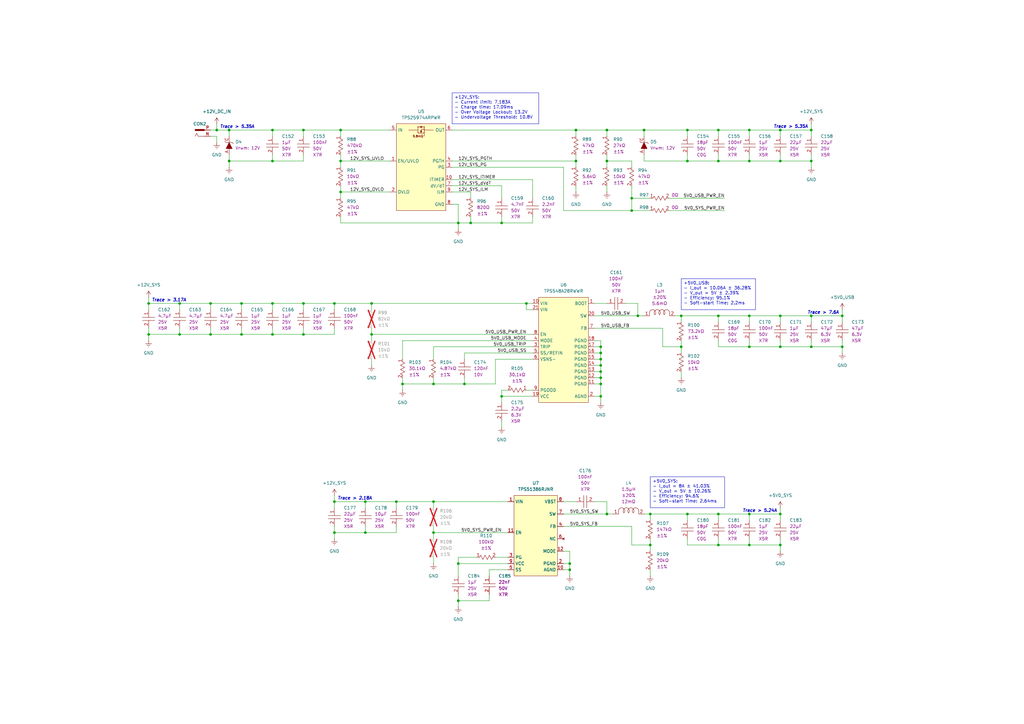
<source format=kicad_sch>
(kicad_sch (version 20250114) (generator "eeschema") (generator_version "9.0")
  (paper "A3")
  (title_block (title "Power DC-IN") (date "2026-01-14") (rev "1.0.0") (company "TickLab") (comment 1 "VESA-SBC3399"))
  (text "Trace > 7.6A" (at 344.17 128.27 0) (effects (font (size 1.27 1.27) (thickness 0.254) (bold yes) (italic yes)) (justify right)))
  (text "Trace > 2.18A" (at 138.43 204.47 0) (effects (font (size 1.27 1.27) (thickness 0.254) (bold yes) (italic yes)) (justify left)))
  (text "Trace > 5.24A" (at 318.77 209.55 0) (effects (font (size 1.27 1.27) (thickness 0.254) (bold yes) (italic yes)) (justify right)))
  (text "Trace > 5.35A" (at 331.47 52.0197 0) (effects (font (size 1.27 1.27) (thickness 0.254) (bold yes) (italic yes)) (justify right)))
  (text "Trace > 5.35A" (at 90.17 52.07 0) (effects (font (size 1.27 1.27) (thickness 0.254) (bold yes) (italic yes)) (justify left)))
  (text "Trace > 3.17A" (at 62.23 123.19 0) (effects (font (size 1.27 1.27) (thickness 0.254) (bold yes) (italic yes)) (justify left)))
  (text_box "+12V_SYS:\n- Current limit: 7.183A\n- Charge time: 17.09ms\n- Over Voltage Lockout: 13.2V\n- Undervoltage Threshold: 10.8V" (at 185.42 38.1 0) (size 35.56 12.7) (margins 0.9525 0.9525 0.9525 0.9525) (effects (font (size 1.27 1.27) (thickness 0.1588)) (justify left top)))
  (text_box "+5V0_SYS:\n- I_out = 8A ± 41.03%\n- V_out = 5V ± 10.26%\n- Efficiency: 94.6%\n- Soft-start Time: 2.64ms" (at 266.7 195.58 0) (size 30.48 12.7) (margins 0.9525 0.9525 0.9525 0.9525) (effects (font (size 1.27 1.27) (thickness 0.1588)) (justify left top)))
  (text_box "+5V0_USB:\n- I_out = 10.06A ± 36.28%\n- V_out = 5V ± 2.39%\n- Efficiency: 95.1%\n- Soft-start Time: 2.2ms" (at 279.4 114.3 0) (size 30.48 12.7) (margins 0.9525 0.9525 0.9525 0.9525) (effects (font (size 1.27 1.27) (thickness 0.1588)) (justify left top)))
  (junction (at 261.62 129.54))
  (junction (at 281.94 210.82))
  (junction (at 320.04 210.82))
  (junction (at 152.4 137.16))
  (junction (at 187.96 91.44))
  (junction (at 294.64 129.54))
  (junction (at 248.92 66.04))
  (junction (at 177.8 205.74))
  (junction (at 307.34 142.24))
  (junction (at 294.64 53.34))
  (junction (at 279.4 129.54))
  (junction (at 162.56 205.74))
  (junction (at 246.38 154.94))
  (junction (at 307.34 223.52))
  (junction (at 246.38 149.86))
  (junction (at 205.74 91.44))
  (junction (at 93.98 66.04))
  (junction (at 294.64 66.04))
  (junction (at 233.68 233.68))
  (junction (at 205.74 162.56))
  (junction (at 332.74 66.04))
  (junction (at 320.04 142.24))
  (junction (at 124.46 124.46))
  (junction (at 259.08 81.28))
  (junction (at 111.76 53.34))
  (junction (at 246.38 162.56))
  (junction (at 187.96 246.38))
  (junction (at 281.94 66.04))
  (junction (at 137.16 124.46))
  (junction (at 345.44 129.54))
  (junction (at 246.38 142.24))
  (junction (at 266.7 210.82))
  (junction (at 307.34 66.04))
  (junction (at 190.5 157.48))
  (junction (at 320.04 129.54))
  (junction (at 236.22 53.34))
  (junction (at 73.66 137.16))
  (junction (at 177.8 218.44))
  (junction (at 177.8 157.48))
  (junction (at 246.38 152.4))
  (junction (at 233.68 231.14))
  (junction (at 137.16 205.74))
  (junction (at 149.86 205.74))
  (junction (at 99.06 124.46))
  (junction (at 332.74 142.24))
  (junction (at 111.76 124.46))
  (junction (at 187.96 231.14))
  (junction (at 246.38 157.48))
  (junction (at 281.94 53.34))
  (junction (at 307.34 129.54))
  (junction (at 320.04 223.52))
  (junction (at 279.4 142.24))
  (junction (at 73.66 124.46))
  (junction (at 139.7 78.74))
  (junction (at 111.76 66.04))
  (junction (at 139.7 66.04))
  (junction (at 259.08 86.36))
  (junction (at 99.06 137.16))
  (junction (at 320.04 53.34))
  (junction (at 307.34 210.82))
  (junction (at 294.64 223.52))
  (junction (at 124.46 53.34))
  (junction (at 152.4 124.46))
  (junction (at 111.76 137.16))
  (junction (at 149.86 218.44))
  (junction (at 246.38 147.32))
  (junction (at 124.46 137.16))
  (junction (at 307.34 53.34))
  (junction (at 246.38 144.78))
  (junction (at 139.7 53.34))
  (junction (at 165.1 157.48))
  (junction (at 93.98 53.34))
  (junction (at 320.04 66.04))
  (junction (at 264.16 53.34))
  (junction (at 332.74 53.34))
  (junction (at 236.22 66.04))
  (junction (at 266.7 223.52))
  (junction (at 215.9 124.46))
  (junction (at 345.44 142.24))
  (junction (at 86.36 124.46))
  (junction (at 86.36 137.16))
  (junction (at 248.92 53.34))
  (junction (at 137.16 218.44))
  (junction (at 294.64 210.82))
  (junction (at 60.96 124.46))
  (junction (at 193.04 91.44))
  (junction (at 332.74 129.54))
  (junction (at 60.96 137.16))
  (junction (at 248.92 210.82))
  (junction (at 88.9 53.34))
  (wire (pts (xy 187.96 231.14) (xy 208.28 231.14)))
  (wire (pts (xy 185.42 76.2) (xy 205.74 76.2)))
  (wire (pts (xy 246.38 165.1) (xy 246.38 162.56)))
  (wire (pts (xy 248.92 53.34) (xy 264.16 53.34)))
  (wire (pts (xy 248.92 205.74) (xy 248.92 210.82)))
  (wire (pts (xy 124.46 63.5) (xy 124.46 66.04)))
  (wire (pts (xy 139.7 78.74) (xy 139.7 81.28)))
  (wire (pts (xy 88.9 53.34) (xy 93.98 53.34)))
  (wire (pts (xy 218.44 127) (xy 215.9 127)))
  (wire (pts (xy 243.84 149.86) (xy 246.38 149.86)))
  (wire (pts (xy 259.08 81.28) (xy 259.08 76.2)))
  (wire (pts (xy 99.06 137.16) (xy 86.36 137.16)))
  (wire (pts (xy 200.66 243.84) (xy 200.66 246.38)))
  (wire (pts (xy 294.64 223.52) (xy 307.34 223.52)))
  (wire (pts (xy 320.04 220.98) (xy 320.04 223.52)))
  (wire (pts (xy 248.92 63.5) (xy 248.92 66.04)))
  (wire (pts (xy 332.74 139.7) (xy 332.74 142.24)))
  (wire (pts (xy 233.68 233.68) (xy 233.68 236.22)))
  (wire (pts (xy 111.76 124.46) (xy 99.06 124.46)))
  (wire (pts (xy 218.44 88.9) (xy 218.44 91.44)))
  (wire (pts (xy 139.7 66.04) (xy 139.7 68.58)))
  (wire (pts (xy 177.8 142.24) (xy 177.8 147.32)))
  (wire (pts (xy 248.92 53.34) (xy 248.92 55.88)))
  (wire (pts (xy 320.04 142.24) (xy 307.34 142.24)))
  (wire (pts (xy 231.14 215.9) (xy 259.08 215.9)))
  (wire (pts (xy 165.1 157.48) (xy 165.1 160.02)))
  (wire (pts (xy 281.94 53.34) (xy 294.64 53.34)))
  (wire (pts (xy 231.14 226.06) (xy 233.68 226.06)))
  (wire (pts (xy 345.44 142.24) (xy 345.44 144.78)))
  (wire (pts (xy 139.7 78.74) (xy 160.02 78.74)))
  (wire (pts (xy 243.84 144.78) (xy 246.38 144.78)))
  (wire (pts (xy 203.2 228.6) (xy 208.28 228.6)))
  (wire (pts (xy 307.34 53.34) (xy 320.04 53.34)))
  (wire (pts (xy 307.34 142.24) (xy 294.64 142.24)))
  (wire (pts (xy 187.96 228.6) (xy 195.58 228.6)))
  (wire (pts (xy 73.66 127) (xy 73.66 124.46)))
  (wire (pts (xy 185.42 53.34) (xy 236.22 53.34)))
  (wire (pts (xy 266.7 210.82) (xy 266.7 213.36)))
  (wire (pts (xy 162.56 205.74) (xy 177.8 205.74)))
  (wire (pts (xy 332.74 142.24) (xy 345.44 142.24)))
  (wire (pts (xy 279.4 139.7) (xy 279.4 142.24)))
  (wire (pts (xy 215.9 160.02) (xy 218.44 160.02)))
  (wire (pts (xy 187.96 91.44) (xy 193.04 91.44)))
  (wire (pts (xy 332.74 129.54) (xy 320.04 129.54)))
  (wire (pts (xy 320.04 129.54) (xy 320.04 132.08)))
  (wire (pts (xy 271.78 134.62) (xy 271.78 142.24)))
  (wire (pts (xy 93.98 53.34) (xy 93.98 55.88)))
  (wire (pts (xy 279.4 129.54) (xy 279.4 132.08)))
  (wire (pts (xy 320.04 53.34) (xy 320.04 55.88)))
  (wire (pts (xy 332.74 142.24) (xy 320.04 142.24)))
  (wire (pts (xy 60.96 124.46) (xy 60.96 127)))
  (wire (pts (xy 294.64 66.04) (xy 281.94 66.04)))
  (wire (pts (xy 264.16 210.82) (xy 266.7 210.82)))
  (wire (pts (xy 185.42 83.82) (xy 187.96 83.82)))
  (wire (pts (xy 259.08 86.36) (xy 259.08 81.28)))
  (wire (pts (xy 187.96 246.38) (xy 187.96 248.92)))
  (wire (pts (xy 345.44 129.54) (xy 332.74 129.54)))
  (wire (pts (xy 177.8 154.94) (xy 177.8 157.48)))
  (wire (pts (xy 236.22 53.34) (xy 236.22 55.88)))
  (wire (pts (xy 185.42 68.58) (xy 231.14 68.58)))
  (wire (pts (xy 139.7 66.04) (xy 160.02 66.04)))
  (wire (pts (xy 205.74 76.2) (xy 205.74 81.28)))
  (wire (pts (xy 259.08 215.9) (xy 259.08 223.52)))
  (wire (pts (xy 332.74 66.04) (xy 332.74 68.58)))
  (wire (pts (xy 165.1 154.94) (xy 165.1 157.48)))
  (wire (pts (xy 149.86 208.28) (xy 149.86 205.74)))
  (wire (pts (xy 243.84 157.48) (xy 246.38 157.48)))
  (wire (pts (xy 218.44 139.7) (xy 165.1 139.7)))
  (wire (pts (xy 124.46 124.46) (xy 137.16 124.46)))
  (wire (pts (xy 264.16 53.34) (xy 281.94 53.34)))
  (wire (pts (xy 60.96 121.92) (xy 60.96 124.46)))
  (wire (pts (xy 231.14 68.58) (xy 231.14 86.36)))
  (wire (pts (xy 137.16 134.62) (xy 137.16 137.16)))
  (wire (pts (xy 281.94 220.98) (xy 281.94 223.52)))
  (wire (pts (xy 86.36 53.34) (xy 88.9 53.34)))
  (wire (pts (xy 93.98 53.34) (xy 111.76 53.34)))
  (wire (pts (xy 243.84 154.94) (xy 246.38 154.94)))
  (wire (pts (xy 294.64 210.82) (xy 281.94 210.82)))
  (wire (pts (xy 187.96 246.38) (xy 200.66 246.38)))
  (wire (pts (xy 243.84 134.62) (xy 271.78 134.62)))
  (wire (pts (xy 139.7 53.34) (xy 160.02 53.34)))
  (wire (pts (xy 266.7 210.82) (xy 281.94 210.82)))
  (wire (pts (xy 124.46 124.46) (xy 111.76 124.46)))
  (wire (pts (xy 259.08 223.52) (xy 266.7 223.52)))
  (wire (pts (xy 236.22 66.04) (xy 236.22 68.58)))
  (wire (pts (xy 276.86 129.54) (xy 279.4 129.54)))
  (wire (pts (xy 307.34 129.54) (xy 307.34 132.08)))
  (wire (pts (xy 294.64 220.98) (xy 294.64 223.52)))
  (wire (pts (xy 266.7 220.98) (xy 266.7 223.52)))
  (wire (pts (xy 137.16 205.74) (xy 137.16 208.28)))
  (wire (pts (xy 190.5 144.78) (xy 190.5 147.32)))
  (wire (pts (xy 233.68 226.06) (xy 233.68 231.14)))
  (wire (pts (xy 332.74 66.04) (xy 320.04 66.04)))
  (wire (pts (xy 246.38 157.48) (xy 246.38 162.56)))
  (wire (pts (xy 243.84 129.54) (xy 261.62 129.54)))
  (wire (pts (xy 137.16 203.2) (xy 137.16 205.74)))
  (wire (pts (xy 185.42 66.04) (xy 236.22 66.04)))
  (wire (pts (xy 243.84 147.32) (xy 246.38 147.32)))
  (wire (pts (xy 281.94 210.82) (xy 281.94 213.36)))
  (wire (pts (xy 111.76 134.62) (xy 111.76 137.16)))
  (wire (pts (xy 294.64 139.7) (xy 294.64 142.24)))
  (wire (pts (xy 139.7 76.2) (xy 139.7 78.74)))
  (wire (pts (xy 137.16 218.44) (xy 137.16 220.98)))
  (wire (pts (xy 124.46 127) (xy 124.46 124.46)))
  (wire (pts (xy 332.74 63.5) (xy 332.74 66.04)))
  (wire (pts (xy 193.04 88.9) (xy 193.04 91.44)))
  (wire (pts (xy 233.68 231.14) (xy 233.68 233.68)))
  (wire (pts (xy 264.16 129.54) (xy 261.62 129.54)))
  (wire (pts (xy 248.92 76.2) (xy 248.92 78.74)))
  (wire (pts (xy 205.74 88.9) (xy 205.74 91.44)))
  (wire (pts (xy 320.04 129.54) (xy 307.34 129.54)))
  (wire (pts (xy 193.04 78.74) (xy 193.04 81.28)))
  (wire (pts (xy 190.5 154.94) (xy 190.5 157.48)))
  (wire (pts (xy 320.04 213.36) (xy 320.04 210.82)))
  (wire (pts (xy 264.16 53.34) (xy 264.16 55.88)))
  (wire (pts (xy 177.8 215.9) (xy 177.8 218.44)))
  (wire (pts (xy 246.38 147.32) (xy 246.38 149.86)))
  (wire (pts (xy 307.34 129.54) (xy 294.64 129.54)))
  (wire (pts (xy 177.8 157.48) (xy 190.5 157.48)))
  (wire (pts (xy 294.64 129.54) (xy 279.4 129.54)))
  (wire (pts (xy 187.96 83.82) (xy 187.96 91.44)))
  (wire (pts (xy 124.46 66.04) (xy 111.76 66.04)))
  (wire (pts (xy 307.34 63.5) (xy 307.34 66.04)))
  (wire (pts (xy 320.04 63.5) (xy 320.04 66.04)))
  (wire (pts (xy 152.4 137.16) (xy 218.44 137.16)))
  (wire (pts (xy 203.2 157.48) (xy 190.5 157.48)))
  (wire (pts (xy 218.44 162.56) (xy 205.74 162.56)))
  (wire (pts (xy 139.7 63.5) (xy 139.7 66.04)))
  (wire (pts (xy 185.42 78.74) (xy 193.04 78.74)))
  (wire (pts (xy 208.28 160.02) (xy 205.74 160.02)))
  (wire (pts (xy 248.92 210.82) (xy 251.46 210.82)))
  (wire (pts (xy 111.76 63.5) (xy 111.76 66.04)))
  (wire (pts (xy 236.22 63.5) (xy 236.22 66.04)))
  (wire (pts (xy 139.7 91.44) (xy 187.96 91.44)))
  (wire (pts (xy 187.96 228.6) (xy 187.96 231.14)))
  (wire (pts (xy 246.38 144.78) (xy 246.38 147.32)))
  (wire (pts (xy 294.64 53.34) (xy 294.64 55.88)))
  (wire (pts (xy 320.04 210.82) (xy 307.34 210.82)))
  (wire (pts (xy 243.84 205.74) (xy 248.92 205.74)))
  (wire (pts (xy 246.38 152.4) (xy 246.38 154.94)))
  (wire (pts (xy 246.38 154.94) (xy 246.38 157.48)))
  (wire (pts (xy 177.8 218.44) (xy 208.28 218.44)))
  (wire (pts (xy 271.78 142.24) (xy 279.4 142.24)))
  (wire (pts (xy 218.44 142.24) (xy 177.8 142.24)))
  (wire (pts (xy 152.4 147.32) (xy 152.4 149.86)))
  (wire (pts (xy 274.32 81.28) (xy 297.18 81.28)))
  (wire (pts (xy 152.4 124.46) (xy 215.9 124.46)))
  (wire (pts (xy 73.66 137.16) (xy 60.96 137.16)))
  (wire (pts (xy 243.84 152.4) (xy 246.38 152.4)))
  (wire (pts (xy 111.76 53.34) (xy 124.46 53.34)))
  (wire (pts (xy 259.08 66.04) (xy 248.92 66.04)))
  (wire (pts (xy 86.36 137.16) (xy 73.66 137.16)))
  (wire (pts (xy 218.44 73.66) (xy 218.44 81.28)))
  (wire (pts (xy 177.8 218.44) (xy 177.8 220.98)))
  (wire (pts (xy 124.46 137.16) (xy 111.76 137.16)))
  (wire (pts (xy 345.44 139.7) (xy 345.44 142.24)))
  (wire (pts (xy 86.36 134.62) (xy 86.36 137.16)))
  (wire (pts (xy 111.76 53.34) (xy 111.76 55.88)))
  (wire (pts (xy 152.4 124.46) (xy 152.4 127)))
  (wire (pts (xy 231.14 233.68) (xy 233.68 233.68)))
  (wire (pts (xy 218.44 91.44) (xy 205.74 91.44)))
  (wire (pts (xy 281.94 223.52) (xy 294.64 223.52)))
  (wire (pts (xy 218.44 144.78) (xy 190.5 144.78)))
  (wire (pts (xy 281.94 66.04) (xy 264.16 66.04)))
  (wire (pts (xy 93.98 63.5) (xy 93.98 66.04)))
  (wire (pts (xy 137.16 215.9) (xy 137.16 218.44)))
  (wire (pts (xy 231.14 205.74) (xy 236.22 205.74)))
  (wire (pts (xy 200.66 233.68) (xy 200.66 236.22)))
  (wire (pts (xy 236.22 53.34) (xy 248.92 53.34)))
  (wire (pts (xy 294.64 63.5) (xy 294.64 66.04)))
  (wire (pts (xy 307.34 213.36) (xy 307.34 210.82)))
  (wire (pts (xy 124.46 134.62) (xy 124.46 137.16)))
  (wire (pts (xy 124.46 53.34) (xy 124.46 55.88)))
  (wire (pts (xy 86.36 55.88) (xy 88.9 55.88)))
  (wire (pts (xy 307.34 223.52) (xy 320.04 223.52)))
  (wire (pts (xy 307.34 66.04) (xy 294.64 66.04)))
  (wire (pts (xy 279.4 152.4) (xy 279.4 154.94)))
  (wire (pts (xy 261.62 129.54) (xy 261.62 124.46)))
  (wire (pts (xy 60.96 137.16) (xy 60.96 139.7)))
  (wire (pts (xy 205.74 172.72) (xy 205.74 175.26)))
  (wire (pts (xy 218.44 147.32) (xy 203.2 147.32)))
  (wire (pts (xy 185.42 73.66) (xy 218.44 73.66)))
  (wire (pts (xy 152.4 137.16) (xy 152.4 139.7)))
  (wire (pts (xy 332.74 53.34) (xy 332.74 55.88)))
  (wire (pts (xy 205.74 162.56) (xy 205.74 165.1)))
  (wire (pts (xy 187.96 243.84) (xy 187.96 246.38)))
  (wire (pts (xy 294.64 213.36) (xy 294.64 210.82)))
  (wire (pts (xy 88.9 50.8) (xy 88.9 53.34)))
  (wire (pts (xy 246.38 142.24) (xy 246.38 144.78)))
  (wire (pts (xy 139.7 88.9) (xy 139.7 91.44)))
  (wire (pts (xy 111.76 137.16) (xy 99.06 137.16)))
  (wire (pts (xy 200.66 233.68) (xy 208.28 233.68)))
  (wire (pts (xy 205.74 91.44) (xy 193.04 91.44)))
  (wire (pts (xy 99.06 127) (xy 99.06 124.46)))
  (wire (pts (xy 320.04 66.04) (xy 307.34 66.04)))
  (wire (pts (xy 139.7 53.34) (xy 139.7 55.88)))
  (wire (pts (xy 73.66 124.46) (xy 60.96 124.46)))
  (wire (pts (xy 177.8 205.74) (xy 208.28 205.74)))
  (wire (pts (xy 246.38 139.7) (xy 246.38 142.24)))
  (wire (pts (xy 320.04 223.52) (xy 320.04 226.06)))
  (wire (pts (xy 137.16 137.16) (xy 124.46 137.16)))
  (wire (pts (xy 246.38 162.56) (xy 243.84 162.56)))
  (wire (pts (xy 243.84 124.46) (xy 248.92 124.46)))
  (wire (pts (xy 111.76 66.04) (xy 93.98 66.04)))
  (wire (pts (xy 152.4 134.62) (xy 152.4 137.16)))
  (wire (pts (xy 332.74 132.08) (xy 332.74 129.54)))
  (wire (pts (xy 231.14 86.36) (xy 259.08 86.36)))
  (wire (pts (xy 345.44 132.08) (xy 345.44 129.54)))
  (wire (pts (xy 111.76 127) (xy 111.76 124.46)))
  (wire (pts (xy 320.04 139.7) (xy 320.04 142.24)))
  (wire (pts (xy 187.96 91.44) (xy 187.96 93.98)))
  (wire (pts (xy 307.34 139.7) (xy 307.34 142.24)))
  (wire (pts (xy 149.86 215.9) (xy 149.86 218.44)))
  (wire (pts (xy 246.38 149.86) (xy 246.38 152.4)))
  (wire (pts (xy 279.4 142.24) (xy 279.4 144.78)))
  (wire (pts (xy 320.04 53.34) (xy 332.74 53.34)))
  (wire (pts (xy 259.08 68.58) (xy 259.08 66.04)))
  (wire (pts (xy 177.8 205.74) (xy 177.8 208.28)))
  (wire (pts (xy 86.36 127) (xy 86.36 124.46)))
  (wire (pts (xy 248.92 66.04) (xy 248.92 68.58)))
  (wire (pts (xy 264.16 63.5) (xy 264.16 66.04)))
  (wire (pts (xy 162.56 205.74) (xy 149.86 205.74)))
  (wire (pts (xy 93.98 66.04) (xy 93.98 68.58)))
  (wire (pts (xy 165.1 139.7) (xy 165.1 147.32)))
  (wire (pts (xy 266.7 223.52) (xy 266.7 226.06)))
  (wire (pts (xy 187.96 231.14) (xy 187.96 236.22)))
  (wire (pts (xy 281.94 53.34) (xy 281.94 55.88)))
  (wire (pts (xy 294.64 53.34) (xy 307.34 53.34)))
  (wire (pts (xy 124.46 53.34) (xy 139.7 53.34)))
  (wire (pts (xy 99.06 134.62) (xy 99.06 137.16)))
  (wire (pts (xy 261.62 124.46) (xy 256.54 124.46)))
  (wire (pts (xy 320.04 208.28) (xy 320.04 210.82)))
  (wire (pts (xy 162.56 208.28) (xy 162.56 205.74)))
  (wire (pts (xy 215.9 127) (xy 215.9 124.46)))
  (wire (pts (xy 137.16 124.46) (xy 137.16 127)))
  (wire (pts (xy 259.08 81.28) (xy 266.7 81.28)))
  (wire (pts (xy 243.84 139.7) (xy 246.38 139.7)))
  (wire (pts (xy 60.96 134.62) (xy 60.96 137.16)))
  (wire (pts (xy 137.16 124.46) (xy 152.4 124.46)))
  (wire (pts (xy 86.36 124.46) (xy 73.66 124.46)))
  (wire (pts (xy 203.2 147.32) (xy 203.2 157.48)))
  (wire (pts (xy 99.06 124.46) (xy 86.36 124.46)))
  (wire (pts (xy 332.74 50.8) (xy 332.74 53.34)))
  (wire (pts (xy 307.34 220.98) (xy 307.34 223.52)))
  (wire (pts (xy 177.8 228.6) (xy 177.8 231.14)))
  (wire (pts (xy 88.9 55.88) (xy 88.9 58.42)))
  (wire (pts (xy 177.8 157.48) (xy 165.1 157.48)))
  (wire (pts (xy 259.08 86.36) (xy 266.7 86.36)))
  (wire (pts (xy 307.34 210.82) (xy 294.64 210.82)))
  (wire (pts (xy 205.74 160.02) (xy 205.74 162.56)))
  (wire (pts (xy 73.66 134.62) (xy 73.66 137.16)))
  (wire (pts (xy 149.86 218.44) (xy 137.16 218.44)))
  (wire (pts (xy 243.84 142.24) (xy 246.38 142.24)))
  (wire (pts (xy 231.14 210.82) (xy 248.92 210.82)))
  (wire (pts (xy 266.7 233.68) (xy 266.7 236.22)))
  (wire (pts (xy 215.9 124.46) (xy 218.44 124.46)))
  (wire (pts (xy 162.56 215.9) (xy 162.56 218.44)))
  (wire (pts (xy 149.86 205.74) (xy 137.16 205.74)))
  (wire (pts (xy 274.32 86.36) (xy 297.18 86.36)))
  (wire (pts (xy 231.14 231.14) (xy 233.68 231.14)))
  (wire (pts (xy 294.64 132.08) (xy 294.64 129.54)))
  (wire (pts (xy 307.34 53.34) (xy 307.34 55.88)))
  (wire (pts (xy 345.44 127) (xy 345.44 129.54)))
  (wire (pts (xy 281.94 63.5) (xy 281.94 66.04)))
  (wire (pts (xy 162.56 218.44) (xy 149.86 218.44)))
  (wire (pts (xy 236.22 76.2) (xy 236.22 78.74)))
  (label "5V0_USB_TRIP" (at 215.9 142.24 180))
  (label "5V0_USB_PWR_EN" (at 297.18 81.28 180))
  (label "5V0_USB_SS" (at 215.9 144.78 180))
  (label "12V_SYS_PGTH" (at 187.96 66.04 0))
  (label "12V_SYS_PG" (at 187.96 68.58 0))
  (label "12V_SYS_UVLO" (at 157.48 66.04 180))
  (label "5V0_SYS_FB" (at 233.68 215.9 0))
  (label "5V0_USB_SW" (at 246.38 129.54 0))
  (label "5V0_SYS_SW" (at 233.68 210.82 0))
  (label "12V_SYS_ILM" (at 187.96 78.74 0))
  (label "5V0_USB_FB" (at 246.38 134.62 0))
  (label "5V0_USB_PWR_EN" (at 215.9 137.16 180))
  (label "5V0_SYS_PWR_EN" (at 205.74 218.44 180))
  (label "12V_SYS_ITIMER" (at 187.96 73.66 0))
  (label "12V_SYS_OVLO" (at 157.48 78.74 180))
  (label "12V_SYS_dVdT" (at 187.96 76.2 0))
  (label "5V0_USB_MODE" (at 215.9 139.7 180))
  (label "5V0_SYS_PWR_EN" (at 297.18 86.36 180))
  (symbol (lib_id "component_library:Capacitors/CL05A105KA5NQNC") (at 187.96 236.22 0) (mirror y) (unit 1)
    (property "Reference" "C184" (at 191.77 236.2199 0) (effects (justify right)))
    (property "Footprint" "footprints:CAPC1005X50N" (effects (hide yes)))
    (property "Description" "1uF 25V X5R ±10% 0402 Multilayer Ceramic Capacitors MLCC - SMD/SMT ROHS" (effects (hide yes)))
    (property "Capacitance" "1µF" (at 191.77 238.7599 0) (effects (justify right)))
    (property "Voltage - Rated" "25V" (at 191.77 241.2999 0) (effects (justify right)))
    (property "Temperature Coefficient" "X5R" (at 191.77 243.8399 0) (effects (justify right)))
    (property "Tolerance" "±10%" (effects (hide yes)))
    (property "Package" "0402" (effects (hide yes)))
    (property "Manufacturer" "Samsung Electro-Mechanics" (effects (hide yes)))
    (property "LCSC_Part" "C52923" (effects (hide yes)))
    (property "Supplier" "JLCPCB" (effects (hide yes)))
  )
  (symbol (lib_id "component_library:Capacitors/CL05B104KB54PNC") (at 137.16 127 0) (unit 1)
    (property "Reference" "C168" (at 140.97 126.9999 0) (effects (justify left)))
    (property "Footprint" "footprints:CAPC1005X50N" (effects (hide yes)))
    (property "Description" "100nF 50V X7R ±10% 0402 Multilayer Ceramic Capacitors MLCC - SMD/SMT ROHS" (effects (hide yes)))
    (property "Capacitance" "100nF" (at 140.97 129.5399 0) (effects (justify left)))
    (property "Voltage - Rated" "50V" (at 140.97 132.0799 0) (effects (justify left)))
    (property "Temperature Coefficient" "X7R" (at 140.97 134.6199 0) (effects (justify left)))
    (property "Tolerance" "±10%" (effects (hide yes)))
    (property "Package" "0402" (effects (hide yes)))
    (property "Manufacturer" "Samsung Electro-Mechanics" (effects (hide yes)))
    (property "LCSC_Part" "C307331" (effects (hide yes)))
    (property "Supplier" "JLCPCB" (effects (hide yes)))
  )
  (symbol (lib_id "component_library:Resistors/0805W8F7322T5E") (at 279.4 132.08 270) (unit 1)
    (property "Reference" "R100" (at 281.94 133.3499 90) (effects (justify left)))
    (property "Footprint" "footprints:" (effects (hide yes)))
    (property "Description" "-55℃~+155℃ 125mW 150V 73.2kΩ Thick Film Resistor ±1% ±100ppm/℃ 0805 Chip Resistor - Surface Mount ROHS" (effects (hide yes)))
    (property "Resistance" "73.2kΩ" (at 281.94 135.8899 90) (effects (justify left)))
    (property "Tolerance" "±1%" (at 281.94 138.4299 90) (effects (justify left)))
    (property "Package" "0805" (effects (hide yes)))
    (property "Manufacturer" "UNI-ROYAL(Uniroyal Elec)" (effects (hide yes)))
    (property "LCSC_Part" "C17814" (effects (hide yes)))
    (property "Supplier" "JLCPCB" (effects (hide yes)))
  )
  (symbol (lib_id "component_library:Capacitors/CL21A226MAQNNNE") (at 320.04 55.88 0) (unit 1)
    (property "Reference" "C157" (at 323.85 55.8799 0) (effects (justify left)))
    (property "Footprint" "footprints:" (effects (hide yes)))
    (property "Description" "22uF 25V X5R ±20% 0805 Multilayer Ceramic Capacitors MLCC - SMD/SMT ROHS" (effects (hide yes)))
    (property "Capacitance" "22µF" (at 323.85 58.4199 0) (effects (justify left)))
    (property "Voltage - Rated" "25V" (at 323.85 60.9599 0) (effects (justify left)))
    (property "Temperature Coefficient" "X5R" (at 323.85 63.4999 0) (effects (justify left)))
    (property "Tolerance" "±20%" (effects (hide yes)))
    (property "Package" "0805" (effects (hide yes)))
    (property "Manufacturer" "Samsung Electro-Mechanics" (effects (hide yes)))
    (property "LCSC_Part" "C45783" (effects (hide yes)))
    (property "Supplier" "JLCPCB" (effects (hide yes)))
  )
  (symbol (lib_id "component_library:Resistors/0402WGF4702TCE") (at 259.08 68.58 270) (unit 1)
    (property "Reference" "R94" (at 261.62 69.8499 90) (effects (justify left)))
    (property "Footprint" "footprints:RESC1005X35N" (effects (hide yes)))
    (property "Description" "-55℃~+155℃ 47kΩ 50V 62.5mW Thick Film Resistor ±1% ±100ppm/℃ 0402 Chip Resistor - Surface Mount ROHS" (effects (hide yes)))
    (property "Resistance" "47kΩ" (at 261.62 72.3899 90) (effects (justify left)))
    (property "Tolerance" "±1%" (at 261.62 74.9299 90) (effects (justify left)))
    (property "Package" "0402" (effects (hide yes)))
    (property "Manufacturer" "UNI-ROYAL(Uniroyal Elec)" (effects (hide yes)))
    (property "LCSC_Part" "C25792" (effects (hide yes)))
    (property "Supplier" "JLCPCB" (effects (hide yes)))
  )
  (symbol (lib_id "component_library:Resistors/0402WGF0000TCE") (at 266.7 81.28 0) (unit 1)
    (property "Reference" "R97" (at 264.16 80.01 0))
    (property "Footprint" "footprints:RESC1005X35N" (effects (hide yes)))
    (property "Description" "-55℃~+155℃ 0Ω 50V 62.5mW Thick Film Resistor ±1% ±800ppm/℃ 0402 Chip Resistor - Surface Mount ROHS" (effects (hide yes)))
    (property "Resistance" "0Ω" (at 276.86 80.01 0))
    (property "Tolerance" "±1%" (effects (hide yes)))
    (property "Package" "0402" (effects (hide yes)))
    (property "Manufacturer" "UNI-ROYAL(Uniroyal Elec)" (effects (hide yes)))
    (property "LCSC_Part" "C17168" (effects (hide yes)))
    (property "Supplier" "JLCPCB" (effects (hide yes)))
  )
  (symbol (lib_id "power:GNDREF") (at 266.7 236.22 0) (unit 1)
    (property "Reference" "#PWR0194" (effects (hide yes)))
    (property "Value" "GND" (at 266.7 241.3 0))
    (property "Description" "Power symbol creates a global label with name \"GNDREF\" , reference supply ground" (effects (hide yes)))
  )
  (symbol (lib_id "component_library:Capacitors/CL21A475KAQNNNE") (at 60.96 127 0) (unit 1)
    (property "Reference" "C162" (at 64.77 126.9999 0) (effects (justify left)))
    (property "Footprint" "footprints:" (effects (hide yes)))
    (property "Description" "25V 4.7uF X5R ±10% 0805 Multilayer Ceramic Capacitors MLCC - SMD/SMT ROHS" (effects (hide yes)))
    (property "Capacitance" "4.7µF" (at 64.77 129.5399 0) (effects (justify left)))
    (property "Voltage - Rated" "25V" (at 64.77 132.0799 0) (effects (justify left)))
    (property "Temperature Coefficient" "X5R" (at 64.77 134.6199 0) (effects (justify left)))
    (property "Tolerance" "±10%" (effects (hide yes)))
    (property "Package" "0805" (effects (hide yes)))
    (property "Manufacturer" "Samsung Electro-Mechanics" (effects (hide yes)))
    (property "LCSC_Part" "C1779" (effects (hide yes)))
    (property "Supplier" "JLCPCB" (effects (hide yes)))
  )
  (symbol (lib_id "component_library:Capacitors/CL05B104KB54PNC") (at 307.34 132.08 0) (unit 1)
    (property "Reference" "C170" (at 311.15 132.0799 0) (effects (justify left)))
    (property "Footprint" "footprints:CAPC1005X50N" (effects (hide yes)))
    (property "Description" "100nF 50V X7R ±10% 0402 Multilayer Ceramic Capacitors MLCC - SMD/SMT ROHS" (effects (hide yes)))
    (property "Capacitance" "100nF" (at 311.15 134.6199 0) (effects (justify left)))
    (property "Voltage - Rated" "50V" (at 311.15 137.1599 0) (effects (justify left)))
    (property "Temperature Coefficient" "X7R" (at 311.15 139.6999 0) (effects (justify left)))
    (property "Tolerance" "±10%" (effects (hide yes)))
    (property "Package" "0402" (effects (hide yes)))
    (property "Manufacturer" "Samsung Electro-Mechanics" (effects (hide yes)))
    (property "LCSC_Part" "C307331" (effects (hide yes)))
    (property "Supplier" "JLCPCB" (effects (hide yes)))
  )
  (symbol (lib_id "component_library:Resistors/0402WGF4871TCE") (at 177.8 147.32 270) (unit 1)
    (property "Reference" "R104" (at 180.34 148.5899 90) (effects (justify left)))
    (property "Footprint" "footprints:RESC1005X35N" (effects (hide yes)))
    (property "Description" "-55℃~+155℃ 4.87kΩ 50V 62.5mW Thick Film Resistor ±1% ±100ppm/℃ 0402 Chip Resistor - Surface Mount ROHS" (effects (hide yes)))
    (property "Resistance" "4.87kΩ" (at 180.34 151.1299 90) (effects (justify left)))
    (property "Tolerance" "±1%" (at 180.34 153.6699 90) (effects (justify left)))
    (property "Package" "0402" (effects (hide yes)))
    (property "Manufacturer" "UNI-ROYAL(Uniroyal Elec)" (effects (hide yes)))
    (property "LCSC_Part" "C25902" (effects (hide yes)))
    (property "Supplier" "JLCPCB" (effects (hide yes)))
  )
  (symbol (lib_id "component_library:Capacitors/CL05B104KB54PNC") (at 162.56 208.28 0) (unit 1)
    (property "Reference" "C179" (at 166.37 208.2799 0) (effects (justify left)))
    (property "Footprint" "footprints:CAPC1005X50N" (effects (hide yes)))
    (property "Description" "100nF 50V X7R ±10% 0402 Multilayer Ceramic Capacitors MLCC - SMD/SMT ROHS" (effects (hide yes)))
    (property "Capacitance" "100nF" (at 166.37 210.8199 0) (effects (justify left)))
    (property "Voltage - Rated" "50V" (at 166.37 213.3599 0) (effects (justify left)))
    (property "Temperature Coefficient" "X7R" (at 166.37 215.8999 0) (effects (justify left)))
    (property "Tolerance" "±10%" (effects (hide yes)))
    (property "Package" "0402" (effects (hide yes)))
    (property "Manufacturer" "Samsung Electro-Mechanics" (effects (hide yes)))
    (property "LCSC_Part" "C307331" (effects (hide yes)))
    (property "Supplier" "JLCPCB" (effects (hide yes)))
  )
  (symbol (lib_id "power:GNDREF") (at 233.68 236.22 0) (unit 1)
    (property "Reference" "#PWR0193" (effects (hide yes)))
    (property "Value" "GND" (at 233.68 241.3 0))
    (property "Description" "Power symbol creates a global label with name \"GNDREF\" , reference supply ground" (effects (hide yes)))
  )
  (symbol (lib_id "component_library:TVS, ESD/SMAJ12A") (at 93.98 58.42 0) (unit 1)
    (property "Reference" "D4" (at 96.52 58.1659 0) (effects (justify left)))
    (property "Footprint" "footprints:" (effects (hide yes)))
    (property "Description" "-55℃~+150℃ 1 12V 14.7V 19.9V 1uA 20.1A@10/1000us 400W@10/1000us IEC 61000-4-2 TVS Unidirectional DO-214AC(SMA) ESD and Surge Protection (TVS/ESD) ROHS" (effects (hide yes)))
    (property "Vrwm" "12V" (at 96.52 60.7059 0) (show_name yes) (effects (justify left)))
    (property "Package" "DO-214AC(SMA)" (effects (hide yes)))
    (property "Manufacturer" "hongjiacheng" (effects (hide yes)))
    (property "LCSC_Part" "C19077531" (effects (hide yes)))
    (property "Supplier" "JLCPCB" (effects (hide yes)))
  )
  (symbol (lib_id "component_library:Resistors/0402WGF1003TCE") (at 195.58 228.6 0) (unit 1)
    (property "Reference" "R110" (at 199.39 219.71 0))
    (property "Footprint" "footprints:RESC1005X35N" (effects (hide yes)))
    (property "Description" "-55℃~+155℃ 100kΩ 50V 62.5mW Thick Film Resistor ±1% ±100ppm/℃ 0402 Chip Resistor - Surface Mount ROHS" (effects (hide yes)))
    (property "Resistance" "100kΩ" (at 199.39 222.25 0))
    (property "Tolerance" "±1%" (at 199.39 224.79 0))
    (property "Package" "0402" (effects (hide yes)))
    (property "Manufacturer" "UNI-ROYAL(Uniroyal Elec)" (effects (hide yes)))
    (property "LCSC_Part" "C25741" (effects (hide yes)))
    (property "Supplier" "JLCPCB" (effects (hide yes)))
  )
  (symbol (lib_id "power:GNDREF") (at 187.96 248.92 0) (unit 1)
    (property "Reference" "#PWR0195" (effects (hide yes)))
    (property "Value" "GND" (at 187.96 254 0))
    (property "Description" "Power symbol creates a global label with name \"GNDREF\" , reference supply ground" (effects (hide yes)))
  )
  (symbol (lib_id "component_library:Resistors/0402WGF3012TCE") (at 215.9 160.02 180) (unit 1)
    (property "Reference" "R105" (at 212.09 151.13 0))
    (property "Footprint" "footprints:RESC1005X35N" (effects (hide yes)))
    (property "Description" "-55℃~+155℃ 30.1kΩ 50V 62.5mW Thick Film Resistor ±1% ±100ppm/℃ 0402 Chip Resistor - Surface Mount ROHS" (effects (hide yes)))
    (property "Resistance" "30.1kΩ" (at 212.09 153.67 0))
    (property "Tolerance" "±1%" (at 212.09 156.21 0))
    (property "Package" "0402" (effects (hide yes)))
    (property "Manufacturer" "UNI-ROYAL(Uniroyal Elec)" (effects (hide yes)))
    (property "LCSC_Part" "C29402" (effects (hide yes)))
    (property "Supplier" "JLCPCB" (effects (hide yes)))
  )
  (symbol (lib_id "power:GNDREF") (at 137.16 220.98 0) (unit 1)
    (property "Reference" "#PWR0190" (effects (hide yes)))
    (property "Value" "GND" (at 137.16 226.06 0))
    (property "Description" "Power symbol creates a global label with name \"GNDREF\" , reference supply ground" (effects (hide yes)))
  )
  (symbol (lib_id "component_library:Resistors/0603WAF5601T5E") (at 236.22 68.58 270) (unit 1)
    (property "Reference" "R92" (at 238.76 69.8499 90) (effects (justify left)))
    (property "Footprint" "footprints:RESC1608X45N" (effects (hide yes)))
    (property "Description" "-55℃~+155℃ 100mW 5.6kΩ 75V Thick Film Resistor ±1% ±100ppm/℃ 0603 Chip Resistor - Surface Mount ROHS" (effects (hide yes)))
    (property "Resistance" "5.6kΩ" (at 238.76 72.3899 90) (effects (justify left)))
    (property "Tolerance" "±1%" (at 238.76 74.9299 90) (effects (justify left)))
    (property "Package" "0603" (effects (hide yes)))
    (property "Manufacturer" "UNI-ROYAL(Uniroyal Elec)" (effects (hide yes)))
    (property "LCSC_Part" "C23189" (effects (hide yes)))
    (property "Supplier" "JLCPCB" (effects (hide yes)))
  )
  (symbol (lib_id "power:+1V0") (at 137.16 203.2 0) (unit 1)
    (property "Reference" "#PWR0188" (effects (hide yes)))
    (property "Value" "+12V_SYS" (at 137.16 198.12 0))
    (property "Description" "Power symbol creates a global label with name \"+1V0\"" (effects (hide yes)))
  )
  (symbol (lib_id "power:+1V0") (at 88.9 50.8 0) (unit 1)
    (property "Reference" "#PWR0171" (effects (hide yes)))
    (property "Value" "+12V_DC_IN" (at 88.9 45.72 0))
    (property "Description" "Power symbol creates a global label with name \"+1V0\"" (effects (hide yes)))
  )
  (symbol (lib_id "component_library:Resistors/0402WGF2002TCE") (at 177.8 220.98 270) (unit 1) (dnp yes)
    (property "Reference" "R108" (at 180.34 222.2499 90) (effects (justify left)))
    (property "Footprint" "footprints:RESC1005X35N" (effects (hide yes)))
    (property "Description" "-55℃~+155℃ 20kΩ 50V 62.5mW Thick Film Resistor ±1% ±100ppm/℃ 0402 Chip Resistor - Surface Mount ROHS" (effects (hide yes)))
    (property "Resistance" "20kΩ" (at 180.34 224.7899 90) (effects (justify left)))
    (property "Tolerance" "±1%" (at 180.34 227.3299 90) (effects (justify left)))
    (property "Package" "0402" (effects (hide yes)))
    (property "Manufacturer" "UNI-ROYAL(Uniroyal Elec)" (effects (hide yes)))
    (property "LCSC_Part" "C25765" (effects (hide yes)))
    (property "Supplier" "JLCPCB" (effects (hide yes)))
  )
  (symbol (lib_id "power:+1V0") (at 345.44 127 0) (unit 1)
    (property "Reference" "#PWR0180" (effects (hide yes)))
    (property "Value" "+5V0_USB" (at 345.44 121.92 0))
    (property "Description" "Power symbol creates a global label with name \"+1V0\"" (effects (hide yes)))
  )
  (symbol (lib_id "component_library:Capacitors/CL05A105KA5NQNC") (at 124.46 127 0) (unit 1)
    (property "Reference" "C167" (at 128.27 126.9999 0) (effects (justify left)))
    (property "Footprint" "footprints:CAPC1005X50N" (effects (hide yes)))
    (property "Description" "1uF 25V X5R ±10% 0402 Multilayer Ceramic Capacitors MLCC - SMD/SMT ROHS" (effects (hide yes)))
    (property "Capacitance" "1µF" (at 128.27 129.5399 0) (effects (justify left)))
    (property "Voltage - Rated" "25V" (at 128.27 132.0799 0) (effects (justify left)))
    (property "Temperature Coefficient" "X5R" (at 128.27 134.6199 0) (effects (justify left)))
    (property "Tolerance" "±10%" (effects (hide yes)))
    (property "Package" "0402" (effects (hide yes)))
    (property "Manufacturer" "Samsung Electro-Mechanics" (effects (hide yes)))
    (property "LCSC_Part" "C52923" (effects (hide yes)))
    (property "Supplier" "JLCPCB" (effects (hide yes)))
  )
  (symbol (lib_id "component_library:Capacitors/0402CG180J500NT") (at 281.94 55.88 0) (unit 1)
    (property "Reference" "C154" (at 285.75 55.8799 0) (effects (justify left)))
    (property "Footprint" "footprints:CAPC1005X50N" (effects (hide yes)))
    (property "Description" "18pF 50V C0G ±5% 0402 Multilayer Ceramic Capacitors MLCC - SMD/SMT ROHS" (effects (hide yes)))
    (property "Capacitance" "18pF" (at 285.75 58.4199 0) (effects (justify left)))
    (property "Voltage - Rated" "50V" (at 285.75 60.9599 0) (effects (justify left)))
    (property "Temperature Coefficient" "C0G " (at 285.75 63.4999 0) (effects (justify left)))
    (property "Tolerance" "±5%" (effects (hide yes)))
    (property "Package" "0402" (effects (hide yes)))
    (property "Manufacturer" "FH (Guangdong Fenghua Advanced Tech)" (effects (hide yes)))
    (property "LCSC_Part" "C1549" (effects (hide yes)))
    (property "Supplier" "JLCPCB" (effects (hide yes)))
  )
  (symbol (lib_id "component_library:Resistors/0402WGF1002TCE") (at 279.4 144.78 270) (unit 1)
    (property "Reference" "R102" (at 281.94 146.0499 90) (effects (justify left)))
    (property "Footprint" "footprints:RESC1005X35N" (effects (hide yes)))
    (property "Description" "-55℃~+155℃ 10kΩ 50V 62.5mW Thick Film Resistor ±1% ±100ppm/℃ 0402 Chip Resistor - Surface Mount ROHS" (effects (hide yes)))
    (property "Resistance" "10kΩ" (at 281.94 148.5899 90) (effects (justify left)))
    (property "Tolerance" "±1%" (at 281.94 151.1299 90) (effects (justify left)))
    (property "Package" "0402" (effects (hide yes)))
    (property "Manufacturer" "UNI-ROYAL(Uniroyal Elec)" (effects (hide yes)))
    (property "LCSC_Part" "C25744" (effects (hide yes)))
    (property "Supplier" "JLCPCB" (effects (hide yes)))
  )
  (symbol (lib_id "component_library:Resistors/0603WAF8202T5E") (at 152.4 127 270) (unit 1) (dnp yes)
    (property "Reference" "R99" (at 154.94 128.2699 90) (effects (justify left)))
    (property "Footprint" "footprints:RESC1608X45N" (effects (hide yes)))
    (property "Description" "-55℃~+155℃ 100mW 75V 82kΩ Thick Film Resistor ±1% ±100ppm/℃ 0603 Chip Resistor - Surface Mount ROHS" (effects (hide yes)))
    (property "Resistance" "82kΩ" (at 154.94 130.8099 90) (effects (justify left)))
    (property "Tolerance" "±1%" (at 154.94 133.3499 90) (effects (justify left)))
    (property "Package" "0603" (effects (hide yes)))
    (property "Manufacturer" "UNI-ROYAL(Uniroyal Elec)" (effects (hide yes)))
    (property "LCSC_Part" "C23254" (effects (hide yes)))
    (property "Supplier" "JLCPCB" (effects (hide yes)))
  )
  (symbol (lib_id "power:GNDREF") (at 60.96 139.7 0) (unit 1)
    (property "Reference" "#PWR0181" (effects (hide yes)))
    (property "Value" "GND" (at 60.96 144.78 0))
    (property "Description" "Power symbol creates a global label with name \"GNDREF\" , reference supply ground" (effects (hide yes)))
  )
  (symbol (lib_id "power:+1V0") (at 320.04 208.28 0) (unit 1)
    (property "Reference" "#PWR0189" (effects (hide yes)))
    (property "Value" "+5V0_SYS" (at 320.04 203.2 0))
    (property "Description" "Power symbol creates a global label with name \"+1V0\"" (effects (hide yes)))
  )
  (symbol (lib_id "component_library:Capacitors/CL05B104KB54PNC") (at 294.64 55.88 0) (unit 1)
    (property "Reference" "C155" (at 298.45 55.8799 0) (effects (justify left)))
    (property "Footprint" "footprints:CAPC1005X50N" (effects (hide yes)))
    (property "Description" "100nF 50V X7R ±10% 0402 Multilayer Ceramic Capacitors MLCC - SMD/SMT ROHS" (effects (hide yes)))
    (property "Capacitance" "100nF" (at 298.45 58.4199 0) (effects (justify left)))
    (property "Voltage - Rated" "50V" (at 298.45 60.9599 0) (effects (justify left)))
    (property "Temperature Coefficient" "X7R" (at 298.45 63.4999 0) (effects (justify left)))
    (property "Tolerance" "±10%" (effects (hide yes)))
    (property "Package" "0402" (effects (hide yes)))
    (property "Manufacturer" "Samsung Electro-Mechanics" (effects (hide yes)))
    (property "LCSC_Part" "C307331" (effects (hide yes)))
    (property "Supplier" "JLCPCB" (effects (hide yes)))
  )
  (symbol (lib_id "component_library:PMIC/TPS25974ARPWR") (at 172.72 58.42 0) (unit 1)
    (property "Reference" "U5" (at 172.72 45.72 0))
    (property "Value" "TPS25974ARPWR" (at 172.72 48.26 0))
    (property "Footprint" "footprints:" (effects (hide yes)))
    (property "Description" "-40℃~+125℃@(Tj) 1 1mm 2.7V~23V 2mm 2mm 9.8mΩ Integrated FET Surface Mount QFN-10(2x2) Surge Protection Devices (SPDs) ROHS" (effects (hide yes)))
    (property "Type" "eFuse" (effects (hide yes)))
    (property "Output Current" "7.7A" (effects (hide yes)))
    (property "Package" "QFN-10(2x2)" (effects (hide yes)))
    (property "Manufacturer" "Texas Instruments" (effects (hide yes)))
    (property "LCSC_Part" "C3662834" (effects (hide yes)))
    (property "Supplier" "JLCPCB" (effects (hide yes)))
  )
  (symbol (lib_id "component_library:Capacitors/0402CG180J500NT") (at 294.64 132.08 0) (unit 1)
    (property "Reference" "C169" (at 298.45 132.0799 0) (effects (justify left)))
    (property "Footprint" "footprints:CAPC1005X50N" (effects (hide yes)))
    (property "Description" "18pF 50V C0G ±5% 0402 Multilayer Ceramic Capacitors MLCC - SMD/SMT ROHS" (effects (hide yes)))
    (property "Capacitance" "18pF" (at 298.45 134.6199 0) (effects (justify left)))
    (property "Voltage - Rated" "50V" (at 298.45 137.1599 0) (effects (justify left)))
    (property "Temperature Coefficient" "C0G " (at 298.45 139.6999 0) (effects (justify left)))
    (property "Tolerance" "±5%" (effects (hide yes)))
    (property "Package" "0402" (effects (hide yes)))
    (property "Manufacturer" "FH (Guangdong Fenghua Advanced Tech)" (effects (hide yes)))
    (property "LCSC_Part" "C1549" (effects (hide yes)))
    (property "Supplier" "JLCPCB" (effects (hide yes)))
  )
  (symbol (lib_id "component_library:Capacitors/CL10A106MA8NRNC") (at 149.86 208.28 0) (unit 1)
    (property "Reference" "C178" (at 153.67 208.2799 0) (effects (justify left)))
    (property "Footprint" "footprints:CAPC1608X80N" (effects (hide yes)))
    (property "Description" "10uF 25V X5R ±20% 0603 Multilayer Ceramic Capacitors MLCC - SMD/SMT ROHS" (effects (hide yes)))
    (property "Capacitance" "10µF" (at 153.67 210.8199 0) (effects (justify left)))
    (property "Voltage - Rated" "25V" (at 153.67 213.3599 0) (effects (justify left)))
    (property "Temperature Coefficient" "X5R" (at 153.67 215.8999 0) (effects (justify left)))
    (property "Tolerance" "±20%" (effects (hide yes)))
    (property "Package" "0603" (effects (hide yes)))
    (property "Manufacturer" "Samsung Electro-Mechanics" (effects (hide yes)))
    (property "LCSC_Part" "C96446" (effects (hide yes)))
    (property "Supplier" "JLCPCB" (effects (hide yes)))
  )
  (symbol (lib_id "component_library:Capacitors/CL05A105KA5NQNC") (at 320.04 132.08 0) (unit 1)
    (property "Reference" "C171" (at 323.85 132.0799 0) (effects (justify left)))
    (property "Footprint" "footprints:CAPC1005X50N" (effects (hide yes)))
    (property "Description" "1uF 25V X5R ±10% 0402 Multilayer Ceramic Capacitors MLCC - SMD/SMT ROHS" (effects (hide yes)))
    (property "Capacitance" "1µF" (at 323.85 134.6199 0) (effects (justify left)))
    (property "Voltage - Rated" "25V" (at 323.85 137.1599 0) (effects (justify left)))
    (property "Temperature Coefficient" "X5R" (at 323.85 139.6999 0) (effects (justify left)))
    (property "Tolerance" "±10%" (effects (hide yes)))
    (property "Package" "0402" (effects (hide yes)))
    (property "Manufacturer" "Samsung Electro-Mechanics" (effects (hide yes)))
    (property "LCSC_Part" "C52923" (effects (hide yes)))
    (property "Supplier" "JLCPCB" (effects (hide yes)))
  )
  (symbol (lib_id "component_library:Capacitors/CL05B104KB54PNC") (at 236.22 205.74 90) (unit 1)
    (property "Reference" "C176" (at 240.03 193.04 90))
    (property "Footprint" "footprints:CAPC1005X50N" (effects (hide yes)))
    (property "Description" "100nF 50V X7R ±10% 0402 Multilayer Ceramic Capacitors MLCC - SMD/SMT ROHS" (effects (hide yes)))
    (property "Capacitance" "100nF" (at 240.03 195.58 90))
    (property "Voltage - Rated" "50V" (at 240.03 198.12 90))
    (property "Temperature Coefficient" "X7R" (at 240.03 200.66 90))
    (property "Tolerance" "±10%" (effects (hide yes)))
    (property "Package" "0402" (effects (hide yes)))
    (property "Manufacturer" "Samsung Electro-Mechanics" (effects (hide yes)))
    (property "LCSC_Part" "C307331" (effects (hide yes)))
    (property "Supplier" "JLCPCB" (effects (hide yes)))
  )
  (symbol (lib_id "component_library:Capacitors/CL21A226MAQNNNE") (at 332.74 55.88 0) (unit 1)
    (property "Reference" "C158" (at 336.55 55.8799 0) (effects (justify left)))
    (property "Footprint" "footprints:" (effects (hide yes)))
    (property "Description" "22uF 25V X5R ±20% 0805 Multilayer Ceramic Capacitors MLCC - SMD/SMT ROHS" (effects (hide yes)))
    (property "Capacitance" "22µF" (at 336.55 58.4199 0) (effects (justify left)))
    (property "Voltage - Rated" "25V" (at 336.55 60.9599 0) (effects (justify left)))
    (property "Temperature Coefficient" "X5R" (at 336.55 63.4999 0) (effects (justify left)))
    (property "Tolerance" "±20%" (effects (hide yes)))
    (property "Package" "0805" (effects (hide yes)))
    (property "Manufacturer" "Samsung Electro-Mechanics" (effects (hide yes)))
    (property "LCSC_Part" "C45783" (effects (hide yes)))
    (property "Supplier" "JLCPCB" (effects (hide yes)))
  )
  (symbol (lib_id "component_library:Capacitors/CL05A105KA5NQNC") (at 307.34 55.88 0) (unit 1)
    (property "Reference" "C156" (at 311.15 55.8799 0) (effects (justify left)))
    (property "Footprint" "footprints:CAPC1005X50N" (effects (hide yes)))
    (property "Description" "1uF 25V X5R ±10% 0402 Multilayer Ceramic Capacitors MLCC - SMD/SMT ROHS" (effects (hide yes)))
    (property "Capacitance" "1µF" (at 311.15 58.4199 0) (effects (justify left)))
    (property "Voltage - Rated" "25V" (at 311.15 60.9599 0) (effects (justify left)))
    (property "Temperature Coefficient" "X5R" (at 311.15 63.4999 0) (effects (justify left)))
    (property "Tolerance" "±10%" (effects (hide yes)))
    (property "Package" "0402" (effects (hide yes)))
    (property "Manufacturer" "Samsung Electro-Mechanics" (effects (hide yes)))
    (property "LCSC_Part" "C52923" (effects (hide yes)))
    (property "Supplier" "JLCPCB" (effects (hide yes)))
  )
  (symbol (lib_id "component_library:Inductors/IHLP2525EZER1R0M01") (at 264.16 129.54 0) (unit 1)
    (property "Reference" "L3" (at 270.51 116.84 0))
    (property "Footprint" "footprints:" (effects (hide yes)))
    (property "Description" "13A 15A 1uH 5.6mΩ ±20% SMD,6.9x6.5mm Power Inductors ROHS" (effects (hide yes)))
    (property "Inductance" "1µH" (at 270.51 119.38 0))
    (property "Tolerance" "±20%" (at 270.51 121.92 0))
    (property "Current Rating" "13A" (effects (hide yes)))
    (property "Saturation Current" "15A" (effects (hide yes)))
    (property "DCR" "5.6mΩ" (at 270.51 124.46 0))
    (property "Package" "SMD,6.9x6.5mm" (effects (hide yes)))
    (property "Manufacturer" "Vishay Intertech" (effects (hide yes)))
    (property "LCSC_Part" "C845036" (effects (hide yes)))
    (property "Supplier" "JLCPCB" (effects (hide yes)))
  )
  (symbol (lib_id "component_library:Capacitors/CL21A226MAQNNNE") (at 320.04 213.36 0) (unit 1)
    (property "Reference" "C183" (at 323.85 213.3599 0) (effects (justify left)))
    (property "Footprint" "footprints:" (effects (hide yes)))
    (property "Description" "22uF 25V X5R ±20% 0805 Multilayer Ceramic Capacitors MLCC - SMD/SMT ROHS" (effects (hide yes)))
    (property "Capacitance" "22µF" (at 323.85 215.8999 0) (effects (justify left)))
    (property "Voltage - Rated" "25V" (at 323.85 218.4399 0) (effects (justify left)))
    (property "Temperature Coefficient" "X5R" (at 323.85 220.9799 0) (effects (justify left)))
    (property "Tolerance" "±20%" (effects (hide yes)))
    (property "Package" "0805" (effects (hide yes)))
    (property "Manufacturer" "Samsung Electro-Mechanics" (effects (hide yes)))
    (property "LCSC_Part" "C45783" (effects (hide yes)))
    (property "Supplier" "JLCPCB" (effects (hide yes)))
  )
  (symbol (lib_name "Capacitors/CL21A226MAQNNNE_1") (lib_id "component_library:Capacitors/CL21A226MAQNNNE") (at 137.16 208.28 0) (unit 1)
    (property "Reference" "C177" (at 140.97 208.2799 0) (effects (justify left)))
    (property "Footprint" "footprints:" (effects (hide yes)))
    (property "Description" "22uF 25V X5R ±20% 0805 Multilayer Ceramic Capacitors MLCC - SMD/SMT ROHS" (effects (hide yes)))
    (property "Capacitance" "22µF" (at 140.97 210.8199 0) (effects (justify left)))
    (property "Voltage - Rated" "25V" (at 140.97 213.3599 0) (effects (justify left)))
    (property "Temperature Coefficient" "X5R" (at 140.97 215.8999 0) (effects (justify left)))
    (property "Tolerance" "±20%" (effects (hide yes)))
    (property "Package" "0805" (effects (hide yes)))
    (property "Manufacturer" "Samsung Electro-Mechanics" (effects (hide yes)))
    (property "LCSC_Part" "C45783" (effects (hide yes)))
    (property "Supplier" "JLCPCB" (effects (hide yes)))
  )
  (symbol (lib_id "component_library:Capacitors/CL05B104KB54PNC") (at 294.64 213.36 0) (unit 1)
    (property "Reference" "C181" (at 298.45 213.3599 0) (effects (justify left)))
    (property "Footprint" "footprints:CAPC1005X50N" (effects (hide yes)))
    (property "Description" "100nF 50V X7R ±10% 0402 Multilayer Ceramic Capacitors MLCC - SMD/SMT ROHS" (effects (hide yes)))
    (property "Capacitance" "100nF" (at 298.45 215.8999 0) (effects (justify left)))
    (property "Voltage - Rated" "50V" (at 298.45 218.4399 0) (effects (justify left)))
    (property "Temperature Coefficient" "X7R" (at 298.45 220.9799 0) (effects (justify left)))
    (property "Tolerance" "±10%" (effects (hide yes)))
    (property "Package" "0402" (effects (hide yes)))
    (property "Manufacturer" "Samsung Electro-Mechanics" (effects (hide yes)))
    (property "LCSC_Part" "C307331" (effects (hide yes)))
    (property "Supplier" "JLCPCB" (effects (hide yes)))
  )
  (symbol (lib_id "component_library:Capacitors/CL21A476MQYNNNE") (at 332.74 132.08 0) (unit 1)
    (property "Reference" "C172" (at 336.55 132.0799 0) (effects (justify left)))
    (property "Footprint" "footprints:" (effects (hide yes)))
    (property "Description" "47uF 6.3V X5R ±20% 0805 Multilayer Ceramic Capacitors MLCC - SMD/SMT ROHS" (effects (hide yes)))
    (property "Capacitance" "47µF" (at 336.55 134.6199 0) (effects (justify left)))
    (property "Voltage - Rated" "6.3V" (at 336.55 137.1599 0) (effects (justify left)))
    (property "Temperature Coefficient" "X5R" (at 336.55 139.6999 0) (effects (justify left)))
    (property "Tolerance" "±20%" (effects (hide yes)))
    (property "Package" "0805" (effects (hide yes)))
    (property "Manufacturer" "Samsung Electro-Mechanics" (effects (hide yes)))
    (property "LCSC_Part" "C16780" (effects (hide yes)))
    (property "Supplier" "JLCPCB" (effects (hide yes)))
  )
  (symbol (lib_id "component_library:Capacitors/0402CG180J500NT") (at 281.94 213.36 0) (unit 1)
    (property "Reference" "C180" (at 285.75 213.3599 0) (effects (justify left)))
    (property "Footprint" "footprints:CAPC1005X50N" (effects (hide yes)))
    (property "Description" "18pF 50V C0G ±5% 0402 Multilayer Ceramic Capacitors MLCC - SMD/SMT ROHS" (effects (hide yes)))
    (property "Capacitance" "18pF" (at 285.75 215.8999 0) (effects (justify left)))
    (property "Voltage - Rated" "50V" (at 285.75 218.4399 0) (effects (justify left)))
    (property "Temperature Coefficient" "C0G " (at 285.75 220.9799 0) (effects (justify left)))
    (property "Tolerance" "±5%" (effects (hide yes)))
    (property "Package" "0402" (effects (hide yes)))
    (property "Manufacturer" "FH (Guangdong Fenghua Advanced Tech)" (effects (hide yes)))
    (property "LCSC_Part" "C1549" (effects (hide yes)))
    (property "Supplier" "JLCPCB" (effects (hide yes)))
  )
  (symbol (lib_id "component_library:Resistors/0402WGF1002TCE") (at 152.4 139.7 270) (unit 1) (dnp yes)
    (property "Reference" "R101" (at 154.94 140.9699 90) (effects (justify left)))
    (property "Footprint" "footprints:RESC1005X35N" (effects (hide yes)))
    (property "Description" "-55℃~+155℃ 10kΩ 50V 62.5mW Thick Film Resistor ±1% ±100ppm/℃ 0402 Chip Resistor - Surface Mount ROHS" (effects (hide yes)))
    (property "Resistance" "10kΩ" (at 154.94 143.5099 90) (effects (justify left)))
    (property "Tolerance" "±1%" (at 154.94 146.0499 90) (effects (justify left)))
    (property "Package" "0402" (effects (hide yes)))
    (property "Manufacturer" "UNI-ROYAL(Uniroyal Elec)" (effects (hide yes)))
    (property "LCSC_Part" "C25744" (effects (hide yes)))
    (property "Supplier" "JLCPCB" (effects (hide yes)))
  )
  (symbol (lib_id "component_library:Resistors/0603WAF4703T5E") (at 139.7 55.88 270) (unit 1)
    (property "Reference" "R88" (at 142.24 57.1499 90) (effects (justify left)))
    (property "Footprint" "footprints:RESC1608X45N" (effects (hide yes)))
    (property "Description" "-55℃~+155℃ 100mW 470kΩ 75V Thick Film Resistor ±1% ±100ppm/℃ 0603 Chip Resistor - Surface Mount ROHS" (effects (hide yes)))
    (property "Resistance" "470kΩ" (at 142.24 59.6899 90) (effects (justify left)))
    (property "Tolerance" "±1%" (at 142.24 62.2299 90) (effects (justify left)))
    (property "Package" "0603" (effects (hide yes)))
    (property "Manufacturer" "UNI-ROYAL(Uniroyal Elec)" (effects (hide yes)))
    (property "LCSC_Part" "C23178" (effects (hide yes)))
    (property "Supplier" "JLCPCB" (effects (hide yes)))
  )
  (symbol (lib_id "component_library:Capacitors/0402B472K500NT") (at 205.74 81.28 0) (mirror y) (unit 1)
    (property "Reference" "C159" (at 209.55 81.2799 0) (effects (justify right)))
    (property "Footprint" "footprints:CAPC1005X50N" (effects (hide yes)))
    (property "Description" "4.7nF 50V X7R ±10% 0402 Multilayer Ceramic Capacitors MLCC - SMD/SMT ROHS" (effects (hide yes)))
    (property "Capacitance" "4.7nF" (at 209.55 83.8199 0) (effects (justify right)))
    (property "Voltage - Rated" "50V" (at 209.55 86.3599 0) (effects (justify right)))
    (property "Temperature Coefficient" "X7R" (at 209.55 88.8999 0) (effects (justify right)))
    (property "Tolerance" "±10%" (effects (hide yes)))
    (property "Package" "0402" (effects (hide yes)))
    (property "Manufacturer" "FH (Guangdong Fenghua Advanced Tech)" (effects (hide yes)))
    (property "LCSC_Part" "C1538" (effects (hide yes)))
    (property "Supplier" "JLCPCB" (effects (hide yes)))
  )
  (symbol (lib_id "power:GNDREF") (at 165.1 160.02 0) (unit 1)
    (property "Reference" "#PWR0185" (effects (hide yes)))
    (property "Value" "GND" (at 165.1 165.1 0))
    (property "Description" "Power symbol creates a global label with name \"GNDREF\" , reference supply ground" (effects (hide yes)))
  )
  (symbol (lib_id "power:GNDREF") (at 248.92 78.74 0) (unit 1)
    (property "Reference" "#PWR0177" (effects (hide yes)))
    (property "Value" "GND" (at 248.92 83.82 0))
    (property "Description" "Power symbol creates a global label with name \"GNDREF\" , reference supply ground" (effects (hide yes)))
  )
  (symbol (lib_id "component_library:Resistors/0402WGF0000TCE") (at 266.7 86.36 0) (unit 1)
    (property "Reference" "R98" (at 264.16 85.09 0))
    (property "Footprint" "footprints:RESC1005X35N" (effects (hide yes)))
    (property "Description" "-55℃~+155℃ 0Ω 50V 62.5mW Thick Film Resistor ±1% ±800ppm/℃ 0402 Chip Resistor - Surface Mount ROHS" (effects (hide yes)))
    (property "Resistance" "0Ω" (at 276.86 85.09 0))
    (property "Tolerance" "±1%" (effects (hide yes)))
    (property "Package" "0402" (effects (hide yes)))
    (property "Manufacturer" "UNI-ROYAL(Uniroyal Elec)" (effects (hide yes)))
    (property "LCSC_Part" "C17168" (effects (hide yes)))
    (property "Supplier" "JLCPCB" (effects (hide yes)))
  )
  (symbol (lib_id "component_library:Capacitors/0603B222K500NT") (at 218.44 81.28 0) (mirror y) (unit 1)
    (property "Reference" "C160" (at 222.25 81.2799 0) (effects (justify right)))
    (property "Footprint" "footprints:" (effects (hide yes)))
    (property "Description" "2.2nF 50V X7R ±10% 0603 Multilayer Ceramic Capacitors MLCC - SMD/SMT ROHS" (effects (hide yes)))
    (property "Capacitance" "2.2nF" (at 222.25 83.8199 0) (effects (justify right)))
    (property "Voltage - Rated" "50V" (at 222.25 86.3599 0) (effects (justify right)))
    (property "Temperature Coefficient" "X7R" (at 222.25 88.8999 0) (effects (justify right)))
    (property "Tolerance" "±10%" (effects (hide yes)))
    (property "Package" "0603" (effects (hide yes)))
    (property "Manufacturer" "FH (Guangdong Fenghua Advanced Tech)" (effects (hide yes)))
    (property "LCSC_Part" "C1604" (effects (hide yes)))
    (property "Supplier" "JLCPCB" (effects (hide yes)))
  )
  (symbol (lib_id "component_library:Resistors/0402WGF2002TCE") (at 266.7 226.06 270) (unit 1)
    (property "Reference" "R109" (at 269.24 227.3299 90) (effects (justify left)))
    (property "Footprint" "footprints:RESC1005X35N" (effects (hide yes)))
    (property "Description" "-55℃~+155℃ 20kΩ 50V 62.5mW Thick Film Resistor ±1% ±100ppm/℃ 0402 Chip Resistor - Surface Mount ROHS" (effects (hide yes)))
    (property "Resistance" "20kΩ" (at 269.24 229.8699 90) (effects (justify left)))
    (property "Tolerance" "±1%" (at 269.24 232.4099 90) (effects (justify left)))
    (property "Package" "0402" (effects (hide yes)))
    (property "Manufacturer" "UNI-ROYAL(Uniroyal Elec)" (effects (hide yes)))
    (property "LCSC_Part" "C25765" (effects (hide yes)))
    (property "Supplier" "JLCPCB" (effects (hide yes)))
  )
  (symbol (lib_id "power:GNDREF") (at 93.98 68.58 0) (unit 1)
    (property "Reference" "#PWR0174" (effects (hide yes)))
    (property "Value" "GND" (at 93.98 73.66 0))
    (property "Description" "Power symbol creates a global label with name \"GNDREF\" , reference supply ground" (effects (hide yes)))
  )
  (symbol (lib_id "component_library:PMIC/TPS548A28RWWR") (at 231.14 142.24 0) (unit 1)
    (property "Reference" "U6" (at 231.14 116.84 0))
    (property "Value" "TPS548A28RWWR" (at 231.14 119.38 0))
    (property "Footprint" "footprints:" (effects (hide yes)))
    (property "Description" "-40℃~+125℃@(TJ) 1 15A 1MHz 2.7V~16V 600mV~5.5V 680uA Adjustable Buck Buck Built-in Yes VQFN-21-HR(3x4) DC-DC Converters ROHS" (effects (hide yes)))
    (property "Type" "Buck" (effects (hide yes)))
    (property "Output Current" "15A" (effects (hide yes)))
    (property "Package" "VQFN-21-HR(3x4)" (effects (hide yes)))
    (property "Manufacturer" "Texas Instruments" (effects (hide yes)))
    (property "LCSC_Part" "C5219375" (effects (hide yes)))
    (property "Supplier" "JLCPCB" (effects (hide yes)))
  )
  (symbol (lib_id "power:GNDREF") (at 320.04 226.06 0) (unit 1)
    (property "Reference" "#PWR0191" (effects (hide yes)))
    (property "Value" "GND" (at 320.04 231.14 0))
    (property "Description" "Power symbol creates a global label with name \"GNDREF\" , reference supply ground" (effects (hide yes)))
  )
  (symbol (lib_id "component_library:Capacitors/CL21A476MQYNNNE") (at 345.44 132.08 0) (unit 1)
    (property "Reference" "C173" (at 349.25 132.0799 0) (effects (justify left)))
    (property "Footprint" "footprints:" (effects (hide yes)))
    (property "Description" "47uF 6.3V X5R ±20% 0805 Multilayer Ceramic Capacitors MLCC - SMD/SMT ROHS" (effects (hide yes)))
    (property "Capacitance" "47µF" (at 349.25 134.6199 0) (effects (justify left)))
    (property "Voltage - Rated" "6.3V" (at 349.25 137.1599 0) (effects (justify left)))
    (property "Temperature Coefficient" "X5R" (at 349.25 139.6999 0) (effects (justify left)))
    (property "Tolerance" "±20%" (effects (hide yes)))
    (property "Package" "0805" (effects (hide yes)))
    (property "Manufacturer" "Samsung Electro-Mechanics" (effects (hide yes)))
    (property "LCSC_Part" "C16780" (effects (hide yes)))
    (property "Supplier" "JLCPCB" (effects (hide yes)))
  )
  (symbol (lib_id "component_library:Resistors/0402WGF4702TCE") (at 236.22 55.88 270) (unit 1)
    (property "Reference" "R89" (at 238.76 57.1499 90) (effects (justify left)))
    (property "Footprint" "footprints:RESC1005X35N" (effects (hide yes)))
    (property "Description" "-55℃~+155℃ 47kΩ 50V 62.5mW Thick Film Resistor ±1% ±100ppm/℃ 0402 Chip Resistor - Surface Mount ROHS" (effects (hide yes)))
    (property "Resistance" "47kΩ" (at 238.76 59.6899 90) (effects (justify left)))
    (property "Tolerance" "±1%" (at 238.76 62.2299 90) (effects (justify left)))
    (property "Package" "0402" (effects (hide yes)))
    (property "Manufacturer" "UNI-ROYAL(Uniroyal Elec)" (effects (hide yes)))
    (property "LCSC_Part" "C25792" (effects (hide yes)))
    (property "Supplier" "JLCPCB" (effects (hide yes)))
  )
  (symbol (lib_id "component_library:Capacitors/CL05A105KA5NQNC") (at 111.76 127 0) (unit 1)
    (property "Reference" "C166" (at 115.57 126.9999 0) (effects (justify left)))
    (property "Footprint" "footprints:CAPC1005X50N" (effects (hide yes)))
    (property "Description" "1uF 25V X5R ±10% 0402 Multilayer Ceramic Capacitors MLCC - SMD/SMT ROHS" (effects (hide yes)))
    (property "Capacitance" "1µF" (at 115.57 129.5399 0) (effects (justify left)))
    (property "Voltage - Rated" "25V" (at 115.57 132.0799 0) (effects (justify left)))
    (property "Temperature Coefficient" "X5R" (at 115.57 134.6199 0) (effects (justify left)))
    (property "Tolerance" "±10%" (effects (hide yes)))
    (property "Package" "0402" (effects (hide yes)))
    (property "Manufacturer" "Samsung Electro-Mechanics" (effects (hide yes)))
    (property "LCSC_Part" "C52923" (effects (hide yes)))
    (property "Supplier" "JLCPCB" (effects (hide yes)))
  )
  (symbol (lib_id "component_library:Capacitors/CL05A105KA5NQNC") (at 307.34 213.36 0) (unit 1)
    (property "Reference" "C182" (at 311.15 213.3599 0) (effects (justify left)))
    (property "Footprint" "footprints:CAPC1005X50N" (effects (hide yes)))
    (property "Description" "1uF 25V X5R ±10% 0402 Multilayer Ceramic Capacitors MLCC - SMD/SMT ROHS" (effects (hide yes)))
    (property "Capacitance" "1µF" (at 311.15 215.8999 0) (effects (justify left)))
    (property "Voltage - Rated" "25V" (at 311.15 218.4399 0) (effects (justify left)))
    (property "Temperature Coefficient" "X5R" (at 311.15 220.9799 0) (effects (justify left)))
    (property "Tolerance" "±10%" (effects (hide yes)))
    (property "Package" "0402" (effects (hide yes)))
    (property "Manufacturer" "Samsung Electro-Mechanics" (effects (hide yes)))
    (property "LCSC_Part" "C52923" (effects (hide yes)))
    (property "Supplier" "JLCPCB" (effects (hide yes)))
  )
  (symbol (lib_id "component_library:Resistors/0603WAF8200T5E") (at 193.04 81.28 270) (unit 1)
    (property "Reference" "R96" (at 195.58 82.5499 90) (effects (justify left)))
    (property "Footprint" "footprints:RESC1608X45N" (effects (hide yes)))
    (property "Description" "-55℃~+155℃ 100mW 75V 820Ω Thick Film Resistor ±1% ±100ppm/℃ 0603 Chip Resistor - Surface Mount ROHS" (effects (hide yes)))
    (property "Resistance" "820Ω" (at 195.58 85.0899 90) (effects (justify left)))
    (property "Tolerance" "±1%" (at 195.58 87.6299 90) (effects (justify left)))
    (property "Package" "0603" (effects (hide yes)))
    (property "Manufacturer" "UNI-ROYAL(Uniroyal Elec)" (effects (hide yes)))
    (property "LCSC_Part" "C23253" (effects (hide yes)))
    (property "Supplier" "JLCPCB" (effects (hide yes)))
  )
  (symbol (lib_id "component_library:Capacitors/CL05A225MQ5NSNC") (at 205.74 165.1 0) (mirror y) (unit 1)
    (property "Reference" "C175" (at 209.55 165.0999 0) (effects (justify right)))
    (property "Footprint" "footprints:CAPC1005X50N" (effects (hide yes)))
    (property "Description" "2.2uF 6.3V X5R ±20% 0402 Multilayer Ceramic Capacitors MLCC - SMD/SMT ROHS" (effects (hide yes)))
    (property "Capacitance" "2.2µF" (at 209.55 167.6399 0) (effects (justify right)))
    (property "Voltage - Rated" "6.3V" (at 209.55 170.1799 0) (effects (justify right)))
    (property "Temperature Coefficient" "X5R" (at 209.55 172.7199 0) (effects (justify right)))
    (property "Tolerance" "±20%" (effects (hide yes)))
    (property "Package" "0402" (effects (hide yes)))
    (property "Manufacturer" "Samsung Electro-Mechanics" (effects (hide yes)))
    (property "LCSC_Part" "C12530" (effects (hide yes)))
    (property "Supplier" "JLCPCB" (effects (hide yes)))
  )
  (symbol (lib_id "power:GNDREF") (at 236.22 78.74 0) (unit 1)
    (property "Reference" "#PWR0176" (effects (hide yes)))
    (property "Value" "GND" (at 236.22 83.82 0))
    (property "Description" "Power symbol creates a global label with name \"GNDREF\" , reference supply ground" (effects (hide yes)))
  )
  (symbol (lib_id "component_library:Capacitors/CL21B105KBFNNNE") (at 111.76 55.88 0) (unit 1)
    (property "Reference" "C152" (at 115.57 55.8799 0) (effects (justify left)))
    (property "Footprint" "footprints:" (effects (hide yes)))
    (property "Description" "1uF 50V X7R ±10% 0805 Multilayer Ceramic Capacitors MLCC - SMD/SMT ROHS" (effects (hide yes)))
    (property "Capacitance" "1µF" (at 115.57 58.4199 0) (effects (justify left)))
    (property "Voltage - Rated" "50V" (at 115.57 60.9599 0) (effects (justify left)))
    (property "Temperature Coefficient" "X7R" (at 115.57 63.4999 0) (effects (justify left)))
    (property "Tolerance" "±10%" (effects (hide yes)))
    (property "Package" "0805" (effects (hide yes)))
    (property "Manufacturer" "Samsung Electro-Mechanics" (effects (hide yes)))
    (property "LCSC_Part" "C28323" (effects (hide yes)))
    (property "Supplier" "JLCPCB" (effects (hide yes)))
  )
  (symbol (lib_id "power:GNDREF") (at 332.74 68.58 0) (unit 1)
    (property "Reference" "#PWR0175" (effects (hide yes)))
    (property "Value" "GND" (at 332.74 73.66 0))
    (property "Description" "Power symbol creates a global label with name \"GNDREF\" , reference supply ground" (effects (hide yes)))
  )
  (symbol (lib_id "power:GNDREF") (at 152.4 149.86 0) (unit 1)
    (property "Reference" "#PWR0183" (effects (hide yes)))
    (property "Value" "GND" (at 152.4 154.94 0))
    (property "Description" "Power symbol creates a global label with name \"GNDREF\" , reference supply ground" (effects (hide yes)))
  )
  (symbol (lib_id "power:GNDREF") (at 177.8 231.14 0) (unit 1)
    (property "Reference" "#PWR0192" (effects (hide yes)))
    (property "Value" "GND" (at 177.8 236.22 0))
    (property "Description" "Power symbol creates a global label with name \"GNDREF\" , reference supply ground" (effects (hide yes)))
  )
  (symbol (lib_id "power:GNDREF") (at 246.38 165.1 0) (unit 1)
    (property "Reference" "#PWR0186" (effects (hide yes)))
    (property "Value" "GND" (at 246.38 170.18 0))
    (property "Description" "Power symbol creates a global label with name \"GNDREF\" , reference supply ground" (effects (hide yes)))
  )
  (symbol (lib_id "component_library:Inductors/ETQP3M1R5KVP") (at 251.46 210.82 0) (unit 1)
    (property "Reference" "L4" (at 257.81 198.12 0))
    (property "Footprint" "footprints:ETQP3M1R5KVP" (effects (hide yes)))
    (property "Description" "1.5uH 12A 12mΩ 8.1A AEC-Q200 Molded Inductor ±20% SMD,5.5x5mm Power Inductors ROHS" (effects (hide yes)))
    (property "Inductance" "1.5µH" (at 257.81 200.66 0))
    (property "Tolerance" "±20%" (at 257.81 203.2 0))
    (property "Current Rating" "8.1" (effects (hide yes)))
    (property "Saturation Current" "12" (effects (hide yes)))
    (property "DCR" "12mΩ" (at 257.81 205.74 0))
    (property "Package" "SMD,5.5x5mm" (effects (hide yes)))
    (property "Manufacturer" "PANASONIC" (effects (hide yes)))
    (property "LCSC_Part" "C542312" (effects (hide yes)))
    (property "Supplier" "JLCPCB" (effects (hide yes)))
  )
  (symbol (lib_id "power:GNDREF") (at 187.96 93.98 0) (unit 1)
    (property "Reference" "#PWR0178" (effects (hide yes)))
    (property "Value" "GND" (at 187.96 99.06 0))
    (property "Description" "Power symbol creates a global label with name \"GNDREF\" , reference supply ground" (effects (hide yes)))
  )
  (symbol (lib_id "power:GNDREF") (at 205.74 175.26 0) (unit 1)
    (property "Reference" "#PWR0187" (effects (hide yes)))
    (property "Value" "GND" (at 205.74 180.34 0))
    (property "Description" "Power symbol creates a global label with name \"GNDREF\" , reference supply ground" (effects (hide yes)))
  )
  (symbol (lib_id "component_library:Capacitors/0402B223K500NT") (at 200.66 236.22 0) (mirror y) (unit 1)
    (property "Reference" "C185" (at 204.47 236.2199 0) (effects (justify right)))
    (property "Footprint" "footprints:CAPC1005X50N" (effects (hide yes)))
    (property "Description" "22nF 50V X7R ±10% 0402 Multilayer Ceramic Capacitors MLCC - SMD/SMT ROHS" (effects (hide yes)))
    (property "Capacitance" "22nF" (at 204.47 238.7599 0) (effects (justify right)))
    (property "Voltage - Rated" "50V" (at 204.47 241.2999 0) (effects (justify right)))
    (property "Temperature Coefficient" "X7R" (at 204.47 243.8399 0) (effects (justify right)))
    (property "Tolerance" "±10%" (effects (hide yes)))
    (property "Package" "0402" (effects (hide yes)))
    (property "Manufacturer" "FH (Guangdong Fenghua Advanced Tech)" (effects (hide yes)))
    (property "LCSC_Part" "C1532" (effects (hide yes)))
    (property "Supplier" "JLCPCB" (effects (hide yes)))
  )
  (symbol (lib_id "component_library:Resistors/0402WGF3012TCE") (at 165.1 147.32 270) (unit 1)
    (property "Reference" "R103" (at 167.64 148.5899 90) (effects (justify left)))
    (property "Footprint" "footprints:RESC1005X35N" (effects (hide yes)))
    (property "Description" "-55℃~+155℃ 30.1kΩ 50V 62.5mW Thick Film Resistor ±1% ±100ppm/℃ 0402 Chip Resistor - Surface Mount ROHS" (effects (hide yes)))
    (property "Resistance" "30.1kΩ" (at 167.64 151.1299 90) (effects (justify left)))
    (property "Tolerance" "±1%" (at 167.64 153.6699 90) (effects (justify left)))
    (property "Package" "0402" (effects (hide yes)))
    (property "Manufacturer" "UNI-ROYAL(Uniroyal Elec)" (effects (hide yes)))
    (property "LCSC_Part" "C29402" (effects (hide yes)))
    (property "Supplier" "JLCPCB" (effects (hide yes)))
  )
  (symbol (lib_id "component_library:Capacitors/CL21A475KAQNNNE") (at 86.36 127 0) (unit 1)
    (property "Reference" "C164" (at 90.17 126.9999 0) (effects (justify left)))
    (property "Footprint" "footprints:" (effects (hide yes)))
    (property "Description" "25V 4.7uF X5R ±10% 0805 Multilayer Ceramic Capacitors MLCC - SMD/SMT ROHS" (effects (hide yes)))
    (property "Capacitance" "4.7µF" (at 90.17 129.5399 0) (effects (justify left)))
    (property "Voltage - Rated" "25V" (at 90.17 132.0799 0) (effects (justify left)))
    (property "Temperature Coefficient" "X5R" (at 90.17 134.6199 0) (effects (justify left)))
    (property "Tolerance" "±10%" (effects (hide yes)))
    (property "Package" "0805" (effects (hide yes)))
    (property "Manufacturer" "Samsung Electro-Mechanics" (effects (hide yes)))
    (property "LCSC_Part" "C1779" (effects (hide yes)))
    (property "Supplier" "JLCPCB" (effects (hide yes)))
  )
  (symbol (lib_id "power:+1V0") (at 332.74 50.8 0) (unit 1)
    (property "Reference" "#PWR0172" (effects (hide yes)))
    (property "Value" "+12V_SYS" (at 332.74 45.72 0))
    (property "Description" "Power symbol creates a global label with name \"+1V0\"" (effects (hide yes)))
  )
  (symbol (lib_id "component_library:Capacitors/CL05A105KA5NQNC") (at 99.06 127 0) (unit 1)
    (property "Reference" "C165" (at 102.87 126.9999 0) (effects (justify left)))
    (property "Footprint" "footprints:CAPC1005X50N" (effects (hide yes)))
    (property "Description" "1uF 25V X5R ±10% 0402 Multilayer Ceramic Capacitors MLCC - SMD/SMT ROHS" (effects (hide yes)))
    (property "Capacitance" "1µF" (at 102.87 129.5399 0) (effects (justify left)))
    (property "Voltage - Rated" "25V" (at 102.87 132.0799 0) (effects (justify left)))
    (property "Temperature Coefficient" "X5R" (at 102.87 134.6199 0) (effects (justify left)))
    (property "Tolerance" "±10%" (effects (hide yes)))
    (property "Package" "0402" (effects (hide yes)))
    (property "Manufacturer" "Samsung Electro-Mechanics" (effects (hide yes)))
    (property "LCSC_Part" "C52923" (effects (hide yes)))
    (property "Supplier" "JLCPCB" (effects (hide yes)))
  )
  (symbol (lib_id "power:GNDREF") (at 345.44 144.78 0) (unit 1)
    (property "Reference" "#PWR0182" (effects (hide yes)))
    (property "Value" "GND" (at 345.44 149.86 0))
    (property "Description" "Power symbol creates a global label with name \"GNDREF\" , reference supply ground" (effects (hide yes)))
  )
  (symbol (lib_id "component_library:Resistors/0402WGF1002TCE") (at 248.92 68.58 270) (unit 1)
    (property "Reference" "R93" (at 251.46 69.8499 90) (effects (justify left)))
    (property "Footprint" "footprints:RESC1005X35N" (effects (hide yes)))
    (property "Description" "-55℃~+155℃ 10kΩ 50V 62.5mW Thick Film Resistor ±1% ±100ppm/℃ 0402 Chip Resistor - Surface Mount ROHS" (effects (hide yes)))
    (property "Resistance" "10kΩ" (at 251.46 72.3899 90) (effects (justify left)))
    (property "Tolerance" "±1%" (at 251.46 74.9299 90) (effects (justify left)))
    (property "Package" "0402" (effects (hide yes)))
    (property "Manufacturer" "UNI-ROYAL(Uniroyal Elec)" (effects (hide yes)))
    (property "LCSC_Part" "C25744" (effects (hide yes)))
    (property "Supplier" "JLCPCB" (effects (hide yes)))
  )
  (symbol (lib_id "power:GNDREF") (at 279.4 154.94 0) (unit 1)
    (property "Reference" "#PWR0184" (effects (hide yes)))
    (property "Value" "GND" (at 279.4 160.02 0))
    (property "Description" "Power symbol creates a global label with name \"GNDREF\" , reference supply ground" (effects (hide yes)))
  )
  (symbol (lib_id "component_library:Resistors/0402WGF1002TCE") (at 139.7 68.58 270) (unit 1)
    (property "Reference" "R91" (at 142.24 69.8499 90) (effects (justify left)))
    (property "Footprint" "footprints:RESC1005X35N" (effects (hide yes)))
    (property "Description" "-55℃~+155℃ 10kΩ 50V 62.5mW Thick Film Resistor ±1% ±100ppm/℃ 0402 Chip Resistor - Surface Mount ROHS" (effects (hide yes)))
    (property "Resistance" "10kΩ" (at 142.24 72.3899 90) (effects (justify left)))
    (property "Tolerance" "±1%" (at 142.24 74.9299 90) (effects (justify left)))
    (property "Package" "0402" (effects (hide yes)))
    (property "Manufacturer" "UNI-ROYAL(Uniroyal Elec)" (effects (hide yes)))
    (property "LCSC_Part" "C25744" (effects (hide yes)))
    (property "Supplier" "JLCPCB" (effects (hide yes)))
  )
  (symbol (lib_id "component_library:Resistors/0402WGF2002TCE") (at 177.8 208.28 270) (unit 1) (dnp yes)
    (property "Reference" "R106" (at 180.34 209.5499 90) (effects (justify left)))
    (property "Footprint" "footprints:RESC1005X35N" (effects (hide yes)))
    (property "Description" "-55℃~+155℃ 20kΩ 50V 62.5mW Thick Film Resistor ±1% ±100ppm/℃ 0402 Chip Resistor - Surface Mount ROHS" (effects (hide yes)))
    (property "Resistance" "20kΩ" (at 180.34 212.0899 90) (effects (justify left)))
    (property "Tolerance" "±1%" (at 180.34 214.6299 90) (effects (justify left)))
    (property "Package" "0402" (effects (hide yes)))
    (property "Manufacturer" "UNI-ROYAL(Uniroyal Elec)" (effects (hide yes)))
    (property "LCSC_Part" "C25765" (effects (hide yes)))
    (property "Supplier" "JLCPCB" (effects (hide yes)))
  )
  (symbol (lib_id "component_library:Capacitors/CC0402KRX5R6BB124") (at 190.5 147.32 0) (unit 1)
    (property "Reference" "C174" (at 194.31 148.5899 0) (effects (justify left)))
    (property "Footprint" "footprints:CAPC1005X50N" (effects (hide yes)))
    (property "Description" "10V 120nF X5R ±10% 0402 Multilayer Ceramic Capacitors MLCC - SMD/SMT ROHS" (effects (hide yes)))
    (property "Capacitance" "120nF" (at 194.31 151.1299 0) (effects (justify left)))
    (property "Voltage - Rated" "10V" (at 194.31 153.6699 0) (effects (justify left)))
    (property "Tolerance" "±10%" (effects (hide yes)))
    (property "Package" "0402" (effects (hide yes)))
    (property "Manufacturer" "YAGEO" (effects (hide yes)))
    (property "LCSC_Part" "C576722" (effects (hide yes)))
    (property "Supplier" "JLCPCB" (effects (hide yes)))
  )
  (symbol (lib_id "power:+1V0") (at 60.96 121.92 0) (unit 1)
    (property "Reference" "#PWR0179" (effects (hide yes)))
    (property "Value" "+12V_SYS" (at 60.96 116.84 0))
    (property "Description" "Power symbol creates a global label with name \"+1V0\"" (effects (hide yes)))
  )
  (symbol (lib_id "component_library:Connectors/DC-091") (at 86.36 53.34 0) (unit 1)
    (property "Reference" "CON2" (at 81.915 50.8 0))
    (property "Footprint" "footprints:" (effects (hide yes)))
    (property "Description" "Power Barrel Connector Jack 2.10mm ID (0.083\"), 5.50mm OD (0.217\") Through Hole, Right Angle" (effects (hide yes)))
    (property "Package" "5.5 x 2.1mm" (effects (hide yes)))
    (property "Manufacturer" "OEM" (effects (hide yes)))
    (property "Supplier" "thegioiic" (effects (hide yes)))
  )
  (symbol (lib_id "component_library:Capacitors/CL05B104KB54PNC") (at 248.92 124.46 90) (unit 1)
    (property "Reference" "C161" (at 252.73 111.76 90))
    (property "Footprint" "footprints:CAPC1005X50N" (effects (hide yes)))
    (property "Description" "100nF 50V X7R ±10% 0402 Multilayer Ceramic Capacitors MLCC - SMD/SMT ROHS" (effects (hide yes)))
    (property "Capacitance" "100nF" (at 252.73 114.3 90))
    (property "Voltage - Rated" "50V" (at 252.73 116.84 90))
    (property "Temperature Coefficient" "X7R" (at 252.73 119.38 90))
    (property "Tolerance" "±10%" (effects (hide yes)))
    (property "Package" "0402" (effects (hide yes)))
    (property "Manufacturer" "Samsung Electro-Mechanics" (effects (hide yes)))
    (property "LCSC_Part" "C307331" (effects (hide yes)))
    (property "Supplier" "JLCPCB" (effects (hide yes)))
  )
  (symbol (lib_id "component_library:Resistors/0402WGF4702TCE") (at 139.7 81.28 270) (unit 1)
    (property "Reference" "R95" (at 142.24 82.5499 90) (effects (justify left)))
    (property "Footprint" "footprints:RESC1005X35N" (effects (hide yes)))
    (property "Description" "-55℃~+155℃ 47kΩ 50V 62.5mW Thick Film Resistor ±1% ±100ppm/℃ 0402 Chip Resistor - Surface Mount ROHS" (effects (hide yes)))
    (property "Resistance" "47kΩ" (at 142.24 85.0899 90) (effects (justify left)))
    (property "Tolerance" "±1%" (at 142.24 87.6299 90) (effects (justify left)))
    (property "Package" "0402" (effects (hide yes)))
    (property "Manufacturer" "UNI-ROYAL(Uniroyal Elec)" (effects (hide yes)))
    (property "LCSC_Part" "C25792" (effects (hide yes)))
    (property "Supplier" "JLCPCB" (effects (hide yes)))
  )
  (symbol (lib_id "component_library:Capacitors/CL05B104KB54PNC") (at 124.46 55.88 0) (unit 1)
    (property "Reference" "C153" (at 128.27 55.8799 0) (effects (justify left)))
    (property "Footprint" "footprints:CAPC1005X50N" (effects (hide yes)))
    (property "Description" "100nF 50V X7R ±10% 0402 Multilayer Ceramic Capacitors MLCC - SMD/SMT ROHS" (effects (hide yes)))
    (property "Capacitance" "100nF" (at 128.27 58.4199 0) (effects (justify left)))
    (property "Voltage - Rated" "50V" (at 128.27 60.9599 0) (effects (justify left)))
    (property "Temperature Coefficient" "X7R" (at 128.27 63.4999 0) (effects (justify left)))
    (property "Tolerance" "±10%" (effects (hide yes)))
    (property "Package" "0402" (effects (hide yes)))
    (property "Manufacturer" "Samsung Electro-Mechanics" (effects (hide yes)))
    (property "LCSC_Part" "C307331" (effects (hide yes)))
    (property "Supplier" "JLCPCB" (effects (hide yes)))
  )
  (symbol (lib_id "component_library:Resistors/0402WGF1473TCE") (at 266.7 213.36 270) (unit 1)
    (property "Reference" "R107" (at 269.24 214.6299 90) (effects (justify left)))
    (property "Footprint" "footprints:RESC1005X35N" (effects (hide yes)))
    (property "Description" "-55℃~+155℃ 147kΩ 50V 62.5mW Thick Film Resistor ±1% ±100ppm/℃ 0402 Chip Resistor - Surface Mount ROHS" (effects (hide yes)))
    (property "Resistance" "147kΩ" (at 269.24 217.1699 90) (effects (justify left)))
    (property "Tolerance" "±1%" (at 269.24 219.7099 90) (effects (justify left)))
    (property "Package" "0402" (effects (hide yes)))
    (property "Manufacturer" "UNI-ROYAL(Uniroyal Elec)" (effects (hide yes)))
    (property "LCSC_Part" "C64171" (effects (hide yes)))
    (property "Supplier" "JLCPCB" (effects (hide yes)))
  )
  (symbol (lib_id "power:GNDREF") (at 88.9 58.42 0) (unit 1)
    (property "Reference" "#PWR0173" (effects (hide yes)))
    (property "Value" "GND" (at 88.9 63.5 0))
    (property "Description" "Power symbol creates a global label with name \"GNDREF\" , reference supply ground" (effects (hide yes)))
  )
  (symbol (lib_id "component_library:Capacitors/CL21A475KAQNNNE") (at 73.66 127 0) (unit 1)
    (property "Reference" "C163" (at 77.47 126.9999 0) (effects (justify left)))
    (property "Footprint" "footprints:" (effects (hide yes)))
    (property "Description" "25V 4.7uF X5R ±10% 0805 Multilayer Ceramic Capacitors MLCC - SMD/SMT ROHS" (effects (hide yes)))
    (property "Capacitance" "4.7µF" (at 77.47 129.5399 0) (effects (justify left)))
    (property "Voltage - Rated" "25V" (at 77.47 132.0799 0) (effects (justify left)))
    (property "Temperature Coefficient" "X5R" (at 77.47 134.6199 0) (effects (justify left)))
    (property "Tolerance" "±10%" (effects (hide yes)))
    (property "Package" "0805" (effects (hide yes)))
    (property "Manufacturer" "Samsung Electro-Mechanics" (effects (hide yes)))
    (property "LCSC_Part" "C1779" (effects (hide yes)))
    (property "Supplier" "JLCPCB" (effects (hide yes)))
  )
  (symbol (lib_id "component_library:Resistors/0603WAF2702T5E") (at 248.92 55.88 270) (unit 1)
    (property "Reference" "R90" (at 251.46 57.1499 90) (effects (justify left)))
    (property "Footprint" "footprints:RESC1608X45N" (effects (hide yes)))
    (property "Description" "-55℃~+155℃ 100mW 27kΩ 75V Thick Film Resistor ±1% ±100ppm/℃ 0603 Chip Resistor - Surface Mount ROHS" (effects (hide yes)))
    (property "Resistance" "27kΩ" (at 251.46 59.6899 90) (effects (justify left)))
    (property "Tolerance" "±1%" (at 251.46 62.2299 90) (effects (justify left)))
    (property "Package" "0603" (effects (hide yes)))
    (property "Manufacturer" "UNI-ROYAL(Uniroyal Elec)" (effects (hide yes)))
    (property "LCSC_Part" "C22967" (effects (hide yes)))
    (property "Supplier" "JLCPCB" (effects (hide yes)))
  )
  (symbol (lib_id "component_library_symbols:TPS51386RJNR") (at 218.44 218.44 0) (unit 1)
    (property "Reference" "U7" (at 219.71 198.12 0))
    (property "Value" "TPS51386RJNR" (at 219.71 200.66 0))
  )
  (symbol (lib_id "component_library:TVS, ESD/SMAJ12A") (at 264.16 58.42 0) (unit 1)
    (property "Reference" "D5" (at 266.7 58.1659 0) (effects (justify left)))
    (property "Footprint" "footprints:" (effects (hide yes)))
    (property "Description" "-55℃~+150℃ 1 12V 14.7V 19.9V 1uA 20.1A@10/1000us 400W@10/1000us IEC 61000-4-2 TVS Unidirectional DO-214AC(SMA) ESD and Surge Protection (TVS/ESD) ROHS" (effects (hide yes)))
    (property "Vrwm" "12V" (at 266.7 60.7059 0) (show_name yes) (effects (justify left)))
    (property "Package" "DO-214AC(SMA)" (effects (hide yes)))
    (property "Manufacturer" "hongjiacheng" (effects (hide yes)))
    (property "LCSC_Part" "C19077531" (effects (hide yes)))
    (property "Supplier" "JLCPCB" (effects (hide yes)))
  )
)
</source>
